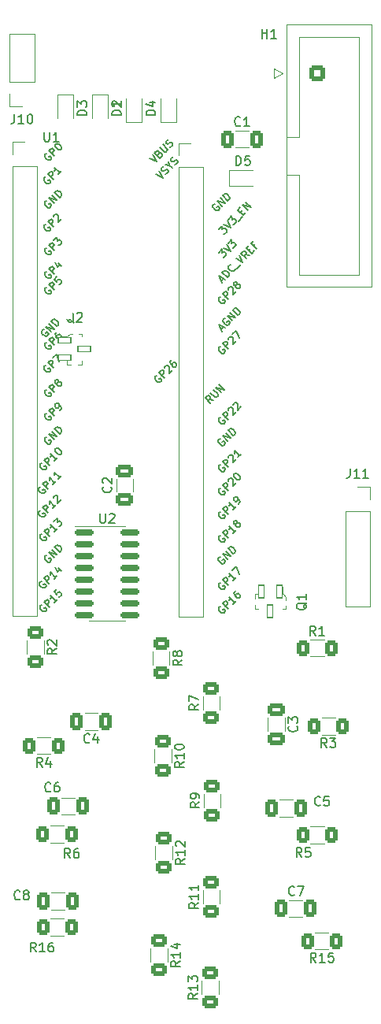
<source format=gbr>
%TF.GenerationSoftware,KiCad,Pcbnew,6.0.2+dfsg-1*%
%TF.CreationDate,2023-09-10T21:51:06+01:00*%
%TF.ProjectId,useq,75736571-2e6b-4696-9361-645f70636258,rev?*%
%TF.SameCoordinates,Original*%
%TF.FileFunction,Legend,Top*%
%TF.FilePolarity,Positive*%
%FSLAX46Y46*%
G04 Gerber Fmt 4.6, Leading zero omitted, Abs format (unit mm)*
G04 Created by KiCad (PCBNEW 6.0.2+dfsg-1) date 2023-09-10 21:51:06*
%MOMM*%
%LPD*%
G01*
G04 APERTURE LIST*
G04 Aperture macros list*
%AMRoundRect*
0 Rectangle with rounded corners*
0 $1 Rounding radius*
0 $2 $3 $4 $5 $6 $7 $8 $9 X,Y pos of 4 corners*
0 Add a 4 corners polygon primitive as box body*
4,1,4,$2,$3,$4,$5,$6,$7,$8,$9,$2,$3,0*
0 Add four circle primitives for the rounded corners*
1,1,$1+$1,$2,$3*
1,1,$1+$1,$4,$5*
1,1,$1+$1,$6,$7*
1,1,$1+$1,$8,$9*
0 Add four rect primitives between the rounded corners*
20,1,$1+$1,$2,$3,$4,$5,0*
20,1,$1+$1,$4,$5,$6,$7,0*
20,1,$1+$1,$6,$7,$8,$9,0*
20,1,$1+$1,$8,$9,$2,$3,0*%
G04 Aperture macros list end*
%ADD10C,0.150000*%
%ADD11C,0.120000*%
%ADD12C,0.100000*%
%ADD13RoundRect,0.150000X-0.825000X-0.150000X0.825000X-0.150000X0.825000X0.150000X-0.825000X0.150000X0*%
%ADD14RoundRect,0.250000X-0.625000X0.400000X-0.625000X-0.400000X0.625000X-0.400000X0.625000X0.400000X0*%
%ADD15RoundRect,0.250000X0.400000X0.625000X-0.400000X0.625000X-0.400000X-0.625000X0.400000X-0.625000X0*%
%ADD16RoundRect,0.250000X0.412500X0.650000X-0.412500X0.650000X-0.412500X-0.650000X0.412500X-0.650000X0*%
%ADD17RoundRect,0.250000X-0.650000X0.412500X-0.650000X-0.412500X0.650000X-0.412500X0.650000X0.412500X0*%
%ADD18RoundRect,0.070000X-0.300000X0.650000X-0.300000X-0.650000X0.300000X-0.650000X0.300000X0.650000X0*%
%ADD19O,1.700000X1.700000*%
%ADD20R,1.700000X1.700000*%
%ADD21RoundRect,0.250000X-0.400000X-0.625000X0.400000X-0.625000X0.400000X0.625000X-0.400000X0.625000X0*%
%ADD22R,0.450000X0.600000*%
%ADD23RoundRect,0.250000X-0.412500X-0.650000X0.412500X-0.650000X0.412500X0.650000X-0.412500X0.650000X0*%
%ADD24RoundRect,0.250000X-0.600000X-0.600000X0.600000X-0.600000X0.600000X0.600000X-0.600000X0.600000X0*%
%ADD25C,1.700000*%
%ADD26RoundRect,0.250000X0.625000X-0.400000X0.625000X0.400000X-0.625000X0.400000X-0.625000X-0.400000X0*%
%ADD27RoundRect,0.070000X-0.650000X-0.300000X0.650000X-0.300000X0.650000X0.300000X-0.650000X0.300000X0*%
%ADD28R,0.600000X0.450000*%
%ADD29RoundRect,0.250000X0.650000X-0.412500X0.650000X0.412500X-0.650000X0.412500X-0.650000X-0.412500X0*%
%ADD30O,3.200000X1.800000*%
%ADD31R,2.200000X3.400000*%
%ADD32R,1.800000X1.800000*%
%ADD33C,1.800000*%
%ADD34R,1.830000X1.930000*%
%ADD35C,2.130000*%
%ADD36C,3.000000*%
%ADD37C,2.000000*%
%ADD38R,2.800000X3.600000*%
%ADD39O,1.800000X3.200000*%
G04 APERTURE END LIST*
D10*
%TO.C,U2*%
X156638095Y-73052380D02*
X156638095Y-73861904D01*
X156685714Y-73957142D01*
X156733333Y-74004761D01*
X156828571Y-74052380D01*
X157019047Y-74052380D01*
X157114285Y-74004761D01*
X157161904Y-73957142D01*
X157209523Y-73861904D01*
X157209523Y-73052380D01*
X157638095Y-73147619D02*
X157685714Y-73100000D01*
X157780952Y-73052380D01*
X158019047Y-73052380D01*
X158114285Y-73100000D01*
X158161904Y-73147619D01*
X158209523Y-73242857D01*
X158209523Y-73338095D01*
X158161904Y-73480952D01*
X157590476Y-74052380D01*
X158209523Y-74052380D01*
%TO.C,R10*%
X165672380Y-99742857D02*
X165196190Y-100076190D01*
X165672380Y-100314285D02*
X164672380Y-100314285D01*
X164672380Y-99933333D01*
X164720000Y-99838095D01*
X164767619Y-99790476D01*
X164862857Y-99742857D01*
X165005714Y-99742857D01*
X165100952Y-99790476D01*
X165148571Y-99838095D01*
X165196190Y-99933333D01*
X165196190Y-100314285D01*
X165672380Y-98790476D02*
X165672380Y-99361904D01*
X165672380Y-99076190D02*
X164672380Y-99076190D01*
X164815238Y-99171428D01*
X164910476Y-99266666D01*
X164958095Y-99361904D01*
X164672380Y-98171428D02*
X164672380Y-98076190D01*
X164720000Y-97980952D01*
X164767619Y-97933333D01*
X164862857Y-97885714D01*
X165053333Y-97838095D01*
X165291428Y-97838095D01*
X165481904Y-97885714D01*
X165577142Y-97933333D01*
X165624761Y-97980952D01*
X165672380Y-98076190D01*
X165672380Y-98171428D01*
X165624761Y-98266666D01*
X165577142Y-98314285D01*
X165481904Y-98361904D01*
X165291428Y-98409523D01*
X165053333Y-98409523D01*
X164862857Y-98361904D01*
X164767619Y-98314285D01*
X164720000Y-98266666D01*
X164672380Y-98171428D01*
%TO.C,R15*%
X179857142Y-121272380D02*
X179523809Y-120796190D01*
X179285714Y-121272380D02*
X179285714Y-120272380D01*
X179666666Y-120272380D01*
X179761904Y-120320000D01*
X179809523Y-120367619D01*
X179857142Y-120462857D01*
X179857142Y-120605714D01*
X179809523Y-120700952D01*
X179761904Y-120748571D01*
X179666666Y-120796190D01*
X179285714Y-120796190D01*
X180809523Y-121272380D02*
X180238095Y-121272380D01*
X180523809Y-121272380D02*
X180523809Y-120272380D01*
X180428571Y-120415238D01*
X180333333Y-120510476D01*
X180238095Y-120558095D01*
X181714285Y-120272380D02*
X181238095Y-120272380D01*
X181190476Y-120748571D01*
X181238095Y-120700952D01*
X181333333Y-120653333D01*
X181571428Y-120653333D01*
X181666666Y-120700952D01*
X181714285Y-120748571D01*
X181761904Y-120843809D01*
X181761904Y-121081904D01*
X181714285Y-121177142D01*
X181666666Y-121224761D01*
X181571428Y-121272380D01*
X181333333Y-121272380D01*
X181238095Y-121224761D01*
X181190476Y-121177142D01*
%TO.C,R2*%
X151972380Y-87566666D02*
X151496190Y-87900000D01*
X151972380Y-88138095D02*
X150972380Y-88138095D01*
X150972380Y-87757142D01*
X151020000Y-87661904D01*
X151067619Y-87614285D01*
X151162857Y-87566666D01*
X151305714Y-87566666D01*
X151400952Y-87614285D01*
X151448571Y-87661904D01*
X151496190Y-87757142D01*
X151496190Y-88138095D01*
X151067619Y-87185714D02*
X151020000Y-87138095D01*
X150972380Y-87042857D01*
X150972380Y-86804761D01*
X151020000Y-86709523D01*
X151067619Y-86661904D01*
X151162857Y-86614285D01*
X151258095Y-86614285D01*
X151400952Y-86661904D01*
X151972380Y-87233333D01*
X151972380Y-86614285D01*
%TO.C,C6*%
X151333333Y-102857142D02*
X151285714Y-102904761D01*
X151142857Y-102952380D01*
X151047619Y-102952380D01*
X150904761Y-102904761D01*
X150809523Y-102809523D01*
X150761904Y-102714285D01*
X150714285Y-102523809D01*
X150714285Y-102380952D01*
X150761904Y-102190476D01*
X150809523Y-102095238D01*
X150904761Y-102000000D01*
X151047619Y-101952380D01*
X151142857Y-101952380D01*
X151285714Y-102000000D01*
X151333333Y-102047619D01*
X152190476Y-101952380D02*
X152000000Y-101952380D01*
X151904761Y-102000000D01*
X151857142Y-102047619D01*
X151761904Y-102190476D01*
X151714285Y-102380952D01*
X151714285Y-102761904D01*
X151761904Y-102857142D01*
X151809523Y-102904761D01*
X151904761Y-102952380D01*
X152095238Y-102952380D01*
X152190476Y-102904761D01*
X152238095Y-102857142D01*
X152285714Y-102761904D01*
X152285714Y-102523809D01*
X152238095Y-102428571D01*
X152190476Y-102380952D01*
X152095238Y-102333333D01*
X151904761Y-102333333D01*
X151809523Y-102380952D01*
X151761904Y-102428571D01*
X151714285Y-102523809D01*
%TO.C,R3*%
X181033333Y-98172380D02*
X180700000Y-97696190D01*
X180461904Y-98172380D02*
X180461904Y-97172380D01*
X180842857Y-97172380D01*
X180938095Y-97220000D01*
X180985714Y-97267619D01*
X181033333Y-97362857D01*
X181033333Y-97505714D01*
X180985714Y-97600952D01*
X180938095Y-97648571D01*
X180842857Y-97696190D01*
X180461904Y-97696190D01*
X181366666Y-97172380D02*
X181985714Y-97172380D01*
X181652380Y-97553333D01*
X181795238Y-97553333D01*
X181890476Y-97600952D01*
X181938095Y-97648571D01*
X181985714Y-97743809D01*
X181985714Y-97981904D01*
X181938095Y-98077142D01*
X181890476Y-98124761D01*
X181795238Y-98172380D01*
X181509523Y-98172380D01*
X181414285Y-98124761D01*
X181366666Y-98077142D01*
%TO.C,C3*%
X177807142Y-95866666D02*
X177854761Y-95914285D01*
X177902380Y-96057142D01*
X177902380Y-96152380D01*
X177854761Y-96295238D01*
X177759523Y-96390476D01*
X177664285Y-96438095D01*
X177473809Y-96485714D01*
X177330952Y-96485714D01*
X177140476Y-96438095D01*
X177045238Y-96390476D01*
X176950000Y-96295238D01*
X176902380Y-96152380D01*
X176902380Y-96057142D01*
X176950000Y-95914285D01*
X176997619Y-95866666D01*
X176902380Y-95533333D02*
X176902380Y-94914285D01*
X177283333Y-95247619D01*
X177283333Y-95104761D01*
X177330952Y-95009523D01*
X177378571Y-94961904D01*
X177473809Y-94914285D01*
X177711904Y-94914285D01*
X177807142Y-94961904D01*
X177854761Y-95009523D01*
X177902380Y-95104761D01*
X177902380Y-95390476D01*
X177854761Y-95485714D01*
X177807142Y-95533333D01*
%TO.C,Q1*%
X178888619Y-82626238D02*
X178841000Y-82721476D01*
X178745761Y-82816714D01*
X178602904Y-82959571D01*
X178555285Y-83054809D01*
X178555285Y-83150047D01*
X178793380Y-83102428D02*
X178745761Y-83197666D01*
X178650523Y-83292904D01*
X178460047Y-83340523D01*
X178126714Y-83340523D01*
X177936238Y-83292904D01*
X177841000Y-83197666D01*
X177793380Y-83102428D01*
X177793380Y-82911952D01*
X177841000Y-82816714D01*
X177936238Y-82721476D01*
X178126714Y-82673857D01*
X178460047Y-82673857D01*
X178650523Y-82721476D01*
X178745761Y-82816714D01*
X178793380Y-82911952D01*
X178793380Y-83102428D01*
X178793380Y-81721476D02*
X178793380Y-82292904D01*
X178793380Y-82007190D02*
X177793380Y-82007190D01*
X177936238Y-82102428D01*
X178031476Y-82197666D01*
X178079095Y-82292904D01*
%TO.C,U1*%
X150638095Y-32052380D02*
X150638095Y-32861904D01*
X150685714Y-32957142D01*
X150733333Y-33004761D01*
X150828571Y-33052380D01*
X151019047Y-33052380D01*
X151114285Y-33004761D01*
X151161904Y-32957142D01*
X151209523Y-32861904D01*
X151209523Y-32052380D01*
X152209523Y-33052380D02*
X151638095Y-33052380D01*
X151923809Y-33052380D02*
X151923809Y-32052380D01*
X151828571Y-32195238D01*
X151733333Y-32290476D01*
X151638095Y-32338095D01*
X150243722Y-70150592D02*
X150162910Y-70177529D01*
X150082097Y-70258341D01*
X150028223Y-70366091D01*
X150028223Y-70473841D01*
X150055160Y-70554653D01*
X150135972Y-70689340D01*
X150216784Y-70770152D01*
X150351471Y-70850964D01*
X150432284Y-70877902D01*
X150540033Y-70877902D01*
X150647783Y-70824027D01*
X150701658Y-70770152D01*
X150755532Y-70662402D01*
X150755532Y-70608528D01*
X150566971Y-70419966D01*
X150459221Y-70527715D01*
X151051844Y-70419966D02*
X150486158Y-69854280D01*
X150701658Y-69638781D01*
X150782470Y-69611844D01*
X150836345Y-69611844D01*
X150917157Y-69638781D01*
X150997969Y-69719593D01*
X151024906Y-69800406D01*
X151024906Y-69854280D01*
X150997969Y-69935093D01*
X150782470Y-70150592D01*
X151913841Y-69557969D02*
X151590592Y-69881218D01*
X151752216Y-69719593D02*
X151186531Y-69153908D01*
X151213468Y-69288595D01*
X151213468Y-69396345D01*
X151186531Y-69477157D01*
X152452589Y-69019221D02*
X152129340Y-69342470D01*
X152290964Y-69180845D02*
X151725279Y-68615160D01*
X151752216Y-68749847D01*
X151752216Y-68857597D01*
X151725279Y-68938409D01*
X161953129Y-34827309D02*
X162707377Y-35204433D01*
X162330253Y-34450186D01*
X162976751Y-34342436D02*
X163084500Y-34288561D01*
X163138375Y-34288561D01*
X163219187Y-34315499D01*
X163300000Y-34396311D01*
X163326937Y-34477123D01*
X163326937Y-34530998D01*
X163300000Y-34611810D01*
X163084500Y-34827309D01*
X162518815Y-34261624D01*
X162707377Y-34073062D01*
X162788189Y-34046125D01*
X162842064Y-34046125D01*
X162922876Y-34073062D01*
X162976751Y-34126937D01*
X163003688Y-34207749D01*
X163003688Y-34261624D01*
X162976751Y-34342436D01*
X162788189Y-34530998D01*
X163084500Y-33695938D02*
X163542436Y-34153874D01*
X163623248Y-34180812D01*
X163677123Y-34180812D01*
X163757935Y-34153874D01*
X163865685Y-34046125D01*
X163892622Y-33965312D01*
X163892622Y-33911438D01*
X163865685Y-33830625D01*
X163407749Y-33372690D01*
X164188934Y-33669001D02*
X164296683Y-33615126D01*
X164431370Y-33480439D01*
X164458308Y-33399627D01*
X164458308Y-33345752D01*
X164431370Y-33264940D01*
X164377496Y-33211065D01*
X164296683Y-33184128D01*
X164242809Y-33184128D01*
X164161996Y-33211065D01*
X164027309Y-33291877D01*
X163946497Y-33318815D01*
X163892622Y-33318815D01*
X163811810Y-33291877D01*
X163757935Y-33238003D01*
X163730998Y-33157190D01*
X163730998Y-33103316D01*
X163757935Y-33022503D01*
X163892622Y-32887816D01*
X164000372Y-32833942D01*
X169586158Y-64998155D02*
X169505346Y-65025093D01*
X169424534Y-65105905D01*
X169370659Y-65213654D01*
X169370659Y-65321404D01*
X169397597Y-65402216D01*
X169478409Y-65536903D01*
X169559221Y-65617715D01*
X169693908Y-65698528D01*
X169774720Y-65725465D01*
X169882470Y-65725465D01*
X169990219Y-65671590D01*
X170044094Y-65617715D01*
X170097969Y-65509966D01*
X170097969Y-65456091D01*
X169909407Y-65267529D01*
X169801658Y-65375279D01*
X170394280Y-65267529D02*
X169828595Y-64701844D01*
X170717529Y-64944280D01*
X170151844Y-64378595D01*
X170986903Y-64674906D02*
X170421218Y-64109221D01*
X170555905Y-63974534D01*
X170663654Y-63920659D01*
X170771404Y-63920659D01*
X170852216Y-63947597D01*
X170986903Y-64028409D01*
X171067715Y-64109221D01*
X171148528Y-64243908D01*
X171175465Y-64324720D01*
X171175465Y-64432470D01*
X171121590Y-64540219D01*
X170986903Y-64674906D01*
X169654788Y-48033773D02*
X169924162Y-47764399D01*
X169762537Y-48249272D02*
X169385414Y-47495025D01*
X170139661Y-47872149D01*
X170328223Y-47683587D02*
X169762537Y-47117902D01*
X169897224Y-46983215D01*
X170004974Y-46929340D01*
X170112723Y-46929340D01*
X170193536Y-46956277D01*
X170328223Y-47037089D01*
X170409035Y-47117902D01*
X170489847Y-47252589D01*
X170516784Y-47333401D01*
X170516784Y-47441150D01*
X170462910Y-47548900D01*
X170328223Y-47683587D01*
X171163282Y-46740778D02*
X171163282Y-46794653D01*
X171109407Y-46902402D01*
X171055532Y-46956277D01*
X170947783Y-47010152D01*
X170840033Y-47010152D01*
X170759221Y-46983215D01*
X170624534Y-46902402D01*
X170543722Y-46821590D01*
X170462910Y-46686903D01*
X170435972Y-46606091D01*
X170435972Y-46498341D01*
X170489847Y-46390592D01*
X170543722Y-46336717D01*
X170651471Y-46282842D01*
X170705346Y-46282842D01*
X171378781Y-46740778D02*
X171809780Y-46309780D01*
X171244094Y-45636345D02*
X171998341Y-46013468D01*
X171621218Y-45259221D01*
X172698714Y-45313096D02*
X172240778Y-45232284D01*
X172375465Y-45636345D02*
X171809780Y-45070659D01*
X172025279Y-44855160D01*
X172106091Y-44828223D01*
X172159966Y-44828223D01*
X172240778Y-44855160D01*
X172321590Y-44935972D01*
X172348528Y-45016784D01*
X172348528Y-45070659D01*
X172321590Y-45151471D01*
X172106091Y-45366971D01*
X172644839Y-44774348D02*
X172833401Y-44585786D01*
X173210524Y-44801285D02*
X172941150Y-45070659D01*
X172375465Y-44504974D01*
X172644839Y-44235600D01*
X173345211Y-44073975D02*
X173156650Y-44262537D01*
X173452961Y-44558849D02*
X172887276Y-43993163D01*
X173156650Y-43723789D01*
X169597722Y-67790592D02*
X169516910Y-67817529D01*
X169436097Y-67898341D01*
X169382223Y-68006091D01*
X169382223Y-68113841D01*
X169409160Y-68194653D01*
X169489972Y-68329340D01*
X169570784Y-68410152D01*
X169705471Y-68490964D01*
X169786284Y-68517902D01*
X169894033Y-68517902D01*
X170001783Y-68464027D01*
X170055658Y-68410152D01*
X170109532Y-68302402D01*
X170109532Y-68248528D01*
X169920971Y-68059966D01*
X169813221Y-68167715D01*
X170405844Y-68059966D02*
X169840158Y-67494280D01*
X170055658Y-67278781D01*
X170136470Y-67251844D01*
X170190345Y-67251844D01*
X170271157Y-67278781D01*
X170351969Y-67359593D01*
X170378906Y-67440406D01*
X170378906Y-67494280D01*
X170351969Y-67575093D01*
X170136470Y-67790592D01*
X170432781Y-67009407D02*
X170432781Y-66955532D01*
X170459719Y-66874720D01*
X170594406Y-66740033D01*
X170675218Y-66713096D01*
X170729093Y-66713096D01*
X170809905Y-66740033D01*
X170863780Y-66793908D01*
X170917654Y-66901658D01*
X170917654Y-67548155D01*
X171267841Y-67197969D01*
X171806589Y-66659221D02*
X171483340Y-66982470D01*
X171644964Y-66820845D02*
X171079279Y-66255160D01*
X171106216Y-66389847D01*
X171106216Y-66497597D01*
X171079279Y-66578409D01*
X169389847Y-44990592D02*
X169740033Y-44640406D01*
X169766971Y-45044467D01*
X169847783Y-44963654D01*
X169928595Y-44936717D01*
X169982470Y-44936717D01*
X170063282Y-44963654D01*
X170197969Y-45098341D01*
X170224906Y-45179154D01*
X170224906Y-45233028D01*
X170197969Y-45313841D01*
X170036345Y-45475465D01*
X169955532Y-45502402D01*
X169901658Y-45502402D01*
X169901658Y-44478781D02*
X170655905Y-44855905D01*
X170278781Y-44101658D01*
X170413468Y-43966971D02*
X170763654Y-43616784D01*
X170790592Y-44020845D01*
X170871404Y-43940033D01*
X170952216Y-43913096D01*
X171006091Y-43913096D01*
X171086903Y-43940033D01*
X171221590Y-44074720D01*
X171248528Y-44155532D01*
X171248528Y-44209407D01*
X171221590Y-44290219D01*
X171059966Y-44451844D01*
X170979154Y-44478781D01*
X170925279Y-44478781D01*
X150913096Y-48721218D02*
X150832284Y-48748155D01*
X150751471Y-48828967D01*
X150697597Y-48936717D01*
X150697597Y-49044467D01*
X150724534Y-49125279D01*
X150805346Y-49259966D01*
X150886158Y-49340778D01*
X151020845Y-49421590D01*
X151101658Y-49448528D01*
X151209407Y-49448528D01*
X151317157Y-49394653D01*
X151371032Y-49340778D01*
X151424906Y-49233028D01*
X151424906Y-49179154D01*
X151236345Y-48990592D01*
X151128595Y-49098341D01*
X151721218Y-48990592D02*
X151155532Y-48424906D01*
X151371032Y-48209407D01*
X151451844Y-48182470D01*
X151505719Y-48182470D01*
X151586531Y-48209407D01*
X151667343Y-48290219D01*
X151694280Y-48371032D01*
X151694280Y-48424906D01*
X151667343Y-48505719D01*
X151451844Y-48721218D01*
X151990592Y-47589847D02*
X151721218Y-47859221D01*
X151963654Y-48155532D01*
X151963654Y-48101658D01*
X151990592Y-48020845D01*
X152125279Y-47886158D01*
X152206091Y-47859221D01*
X152259966Y-47859221D01*
X152340778Y-47886158D01*
X152475465Y-48020845D01*
X152502402Y-48101658D01*
X152502402Y-48155532D01*
X152475465Y-48236345D01*
X152340778Y-48371032D01*
X152259966Y-48397969D01*
X152206091Y-48397969D01*
X162743722Y-58190592D02*
X162662910Y-58217529D01*
X162582097Y-58298341D01*
X162528223Y-58406091D01*
X162528223Y-58513841D01*
X162555160Y-58594653D01*
X162635972Y-58729340D01*
X162716784Y-58810152D01*
X162851471Y-58890964D01*
X162932284Y-58917902D01*
X163040033Y-58917902D01*
X163147783Y-58864027D01*
X163201658Y-58810152D01*
X163255532Y-58702402D01*
X163255532Y-58648528D01*
X163066971Y-58459966D01*
X162959221Y-58567715D01*
X163551844Y-58459966D02*
X162986158Y-57894280D01*
X163201658Y-57678781D01*
X163282470Y-57651844D01*
X163336345Y-57651844D01*
X163417157Y-57678781D01*
X163497969Y-57759593D01*
X163524906Y-57840406D01*
X163524906Y-57894280D01*
X163497969Y-57975093D01*
X163282470Y-58190592D01*
X163578781Y-57409407D02*
X163578781Y-57355532D01*
X163605719Y-57274720D01*
X163740406Y-57140033D01*
X163821218Y-57113096D01*
X163875093Y-57113096D01*
X163955905Y-57140033D01*
X164009780Y-57193908D01*
X164063654Y-57301658D01*
X164063654Y-57948155D01*
X164413841Y-57597969D01*
X164333028Y-56547410D02*
X164225279Y-56655160D01*
X164198341Y-56735972D01*
X164198341Y-56789847D01*
X164225279Y-56924534D01*
X164306091Y-57059221D01*
X164521590Y-57274720D01*
X164602402Y-57301658D01*
X164656277Y-57301658D01*
X164737089Y-57274720D01*
X164844839Y-57166971D01*
X164871776Y-57086158D01*
X164871776Y-57032284D01*
X164844839Y-56951471D01*
X164710152Y-56816784D01*
X164629340Y-56789847D01*
X164575465Y-56789847D01*
X164494653Y-56816784D01*
X164386903Y-56924534D01*
X164359966Y-57005346D01*
X164359966Y-57059221D01*
X164386903Y-57140033D01*
X150813096Y-41941218D02*
X150732284Y-41968155D01*
X150651471Y-42048967D01*
X150597597Y-42156717D01*
X150597597Y-42264467D01*
X150624534Y-42345279D01*
X150705346Y-42479966D01*
X150786158Y-42560778D01*
X150920845Y-42641590D01*
X151001658Y-42668528D01*
X151109407Y-42668528D01*
X151217157Y-42614653D01*
X151271032Y-42560778D01*
X151324906Y-42453028D01*
X151324906Y-42399154D01*
X151136345Y-42210592D01*
X151028595Y-42318341D01*
X151621218Y-42210592D02*
X151055532Y-41644906D01*
X151271032Y-41429407D01*
X151351844Y-41402470D01*
X151405719Y-41402470D01*
X151486531Y-41429407D01*
X151567343Y-41510219D01*
X151594280Y-41591032D01*
X151594280Y-41644906D01*
X151567343Y-41725719D01*
X151351844Y-41941218D01*
X151648155Y-41160033D02*
X151648155Y-41106158D01*
X151675093Y-41025346D01*
X151809780Y-40890659D01*
X151890592Y-40863722D01*
X151944467Y-40863722D01*
X152025279Y-40890659D01*
X152079154Y-40944534D01*
X152133028Y-41052284D01*
X152133028Y-41698781D01*
X152483215Y-41348595D01*
X150913096Y-54641218D02*
X150832284Y-54668155D01*
X150751471Y-54748967D01*
X150697597Y-54856717D01*
X150697597Y-54964467D01*
X150724534Y-55045279D01*
X150805346Y-55179966D01*
X150886158Y-55260778D01*
X151020845Y-55341590D01*
X151101658Y-55368528D01*
X151209407Y-55368528D01*
X151317157Y-55314653D01*
X151371032Y-55260778D01*
X151424906Y-55153028D01*
X151424906Y-55099154D01*
X151236345Y-54910592D01*
X151128595Y-55018341D01*
X151721218Y-54910592D02*
X151155532Y-54344906D01*
X151371032Y-54129407D01*
X151451844Y-54102470D01*
X151505719Y-54102470D01*
X151586531Y-54129407D01*
X151667343Y-54210219D01*
X151694280Y-54291032D01*
X151694280Y-54344906D01*
X151667343Y-54425719D01*
X151451844Y-54641218D01*
X151963654Y-53536784D02*
X151855905Y-53644534D01*
X151828967Y-53725346D01*
X151828967Y-53779221D01*
X151855905Y-53913908D01*
X151936717Y-54048595D01*
X152152216Y-54264094D01*
X152233028Y-54291032D01*
X152286903Y-54291032D01*
X152367715Y-54264094D01*
X152475465Y-54156345D01*
X152502402Y-54075532D01*
X152502402Y-54021658D01*
X152475465Y-53940845D01*
X152340778Y-53806158D01*
X152259966Y-53779221D01*
X152206091Y-53779221D01*
X152125279Y-53806158D01*
X152017529Y-53913908D01*
X151990592Y-53994720D01*
X151990592Y-54048595D01*
X152017529Y-54129407D01*
X150913096Y-44481218D02*
X150832284Y-44508155D01*
X150751471Y-44588967D01*
X150697597Y-44696717D01*
X150697597Y-44804467D01*
X150724534Y-44885279D01*
X150805346Y-45019966D01*
X150886158Y-45100778D01*
X151020845Y-45181590D01*
X151101658Y-45208528D01*
X151209407Y-45208528D01*
X151317157Y-45154653D01*
X151371032Y-45100778D01*
X151424906Y-44993028D01*
X151424906Y-44939154D01*
X151236345Y-44750592D01*
X151128595Y-44858341D01*
X151721218Y-44750592D02*
X151155532Y-44184906D01*
X151371032Y-43969407D01*
X151451844Y-43942470D01*
X151505719Y-43942470D01*
X151586531Y-43969407D01*
X151667343Y-44050219D01*
X151694280Y-44131032D01*
X151694280Y-44184906D01*
X151667343Y-44265719D01*
X151451844Y-44481218D01*
X151667343Y-43673096D02*
X152017529Y-43322910D01*
X152044467Y-43726971D01*
X152125279Y-43646158D01*
X152206091Y-43619221D01*
X152259966Y-43619221D01*
X152340778Y-43646158D01*
X152475465Y-43780845D01*
X152502402Y-43861658D01*
X152502402Y-43915532D01*
X152475465Y-43996345D01*
X152313841Y-44157969D01*
X152233028Y-44184906D01*
X152179154Y-44184906D01*
X169597722Y-49746592D02*
X169516910Y-49773529D01*
X169436097Y-49854341D01*
X169382223Y-49962091D01*
X169382223Y-50069841D01*
X169409160Y-50150653D01*
X169489972Y-50285340D01*
X169570784Y-50366152D01*
X169705471Y-50446964D01*
X169786284Y-50473902D01*
X169894033Y-50473902D01*
X170001783Y-50420027D01*
X170055658Y-50366152D01*
X170109532Y-50258402D01*
X170109532Y-50204528D01*
X169920971Y-50015966D01*
X169813221Y-50123715D01*
X170405844Y-50015966D02*
X169840158Y-49450280D01*
X170055658Y-49234781D01*
X170136470Y-49207844D01*
X170190345Y-49207844D01*
X170271157Y-49234781D01*
X170351969Y-49315593D01*
X170378906Y-49396406D01*
X170378906Y-49450280D01*
X170351969Y-49531093D01*
X170136470Y-49746592D01*
X170432781Y-48965407D02*
X170432781Y-48911532D01*
X170459719Y-48830720D01*
X170594406Y-48696033D01*
X170675218Y-48669096D01*
X170729093Y-48669096D01*
X170809905Y-48696033D01*
X170863780Y-48749908D01*
X170917654Y-48857658D01*
X170917654Y-49504155D01*
X171267841Y-49153969D01*
X171267841Y-48507471D02*
X171187028Y-48534409D01*
X171133154Y-48534409D01*
X171052341Y-48507471D01*
X171025404Y-48480534D01*
X170998467Y-48399722D01*
X170998467Y-48345847D01*
X171025404Y-48265035D01*
X171133154Y-48157285D01*
X171213966Y-48130348D01*
X171267841Y-48130348D01*
X171348653Y-48157285D01*
X171375590Y-48184223D01*
X171402528Y-48265035D01*
X171402528Y-48318910D01*
X171375590Y-48399722D01*
X171267841Y-48507471D01*
X171240903Y-48588284D01*
X171240903Y-48642158D01*
X171267841Y-48722971D01*
X171375590Y-48830720D01*
X171456402Y-48857658D01*
X171510277Y-48857658D01*
X171591089Y-48830720D01*
X171698839Y-48722971D01*
X171725776Y-48642158D01*
X171725776Y-48588284D01*
X171698839Y-48507471D01*
X171591089Y-48399722D01*
X171510277Y-48372784D01*
X171456402Y-48372784D01*
X171375590Y-48399722D01*
X168838375Y-60873435D02*
X168380439Y-60792622D01*
X168515126Y-61196683D02*
X167949441Y-60630998D01*
X168164940Y-60415499D01*
X168245752Y-60388561D01*
X168299627Y-60388561D01*
X168380439Y-60415499D01*
X168461251Y-60496311D01*
X168488189Y-60577123D01*
X168488189Y-60630998D01*
X168461251Y-60711810D01*
X168245752Y-60927309D01*
X168515126Y-60065312D02*
X168973062Y-60523248D01*
X169053874Y-60550186D01*
X169107749Y-60550186D01*
X169188561Y-60523248D01*
X169296311Y-60415499D01*
X169323248Y-60334687D01*
X169323248Y-60280812D01*
X169296311Y-60199999D01*
X168838375Y-59742064D01*
X169673435Y-60038375D02*
X169107749Y-59472690D01*
X169996683Y-59715126D01*
X169430998Y-59149441D01*
X150886158Y-77528155D02*
X150805346Y-77555093D01*
X150724534Y-77635905D01*
X150670659Y-77743654D01*
X150670659Y-77851404D01*
X150697597Y-77932216D01*
X150778409Y-78066903D01*
X150859221Y-78147715D01*
X150993908Y-78228528D01*
X151074720Y-78255465D01*
X151182470Y-78255465D01*
X151290219Y-78201590D01*
X151344094Y-78147715D01*
X151397969Y-78039966D01*
X151397969Y-77986091D01*
X151209407Y-77797529D01*
X151101658Y-77905279D01*
X151694280Y-77797529D02*
X151128595Y-77231844D01*
X152017529Y-77474280D01*
X151451844Y-76908595D01*
X152286903Y-77204906D02*
X151721218Y-76639221D01*
X151855905Y-76504534D01*
X151963654Y-76450659D01*
X152071404Y-76450659D01*
X152152216Y-76477597D01*
X152286903Y-76558409D01*
X152367715Y-76639221D01*
X152448528Y-76773908D01*
X152475465Y-76854720D01*
X152475465Y-76962470D01*
X152421590Y-77070219D01*
X152286903Y-77204906D01*
X150886158Y-39428155D02*
X150805346Y-39455093D01*
X150724534Y-39535905D01*
X150670659Y-39643654D01*
X150670659Y-39751404D01*
X150697597Y-39832216D01*
X150778409Y-39966903D01*
X150859221Y-40047715D01*
X150993908Y-40128528D01*
X151074720Y-40155465D01*
X151182470Y-40155465D01*
X151290219Y-40101590D01*
X151344094Y-40047715D01*
X151397969Y-39939966D01*
X151397969Y-39886091D01*
X151209407Y-39697529D01*
X151101658Y-39805279D01*
X151694280Y-39697529D02*
X151128595Y-39131844D01*
X152017529Y-39374280D01*
X151451844Y-38808595D01*
X152286903Y-39104906D02*
X151721218Y-38539221D01*
X151855905Y-38404534D01*
X151963654Y-38350659D01*
X152071404Y-38350659D01*
X152152216Y-38377597D01*
X152286903Y-38458409D01*
X152367715Y-38539221D01*
X152448528Y-38673908D01*
X152475465Y-38754720D01*
X152475465Y-38862470D01*
X152421590Y-38970219D01*
X152286903Y-39104906D01*
X150389722Y-67610592D02*
X150308910Y-67637529D01*
X150228097Y-67718341D01*
X150174223Y-67826091D01*
X150174223Y-67933841D01*
X150201160Y-68014653D01*
X150281972Y-68149340D01*
X150362784Y-68230152D01*
X150497471Y-68310964D01*
X150578284Y-68337902D01*
X150686033Y-68337902D01*
X150793783Y-68284027D01*
X150847658Y-68230152D01*
X150901532Y-68122402D01*
X150901532Y-68068528D01*
X150712971Y-67879966D01*
X150605221Y-67987715D01*
X151197844Y-67879966D02*
X150632158Y-67314280D01*
X150847658Y-67098781D01*
X150928470Y-67071844D01*
X150982345Y-67071844D01*
X151063157Y-67098781D01*
X151143969Y-67179593D01*
X151170906Y-67260406D01*
X151170906Y-67314280D01*
X151143969Y-67395093D01*
X150928470Y-67610592D01*
X152059841Y-67017969D02*
X151736592Y-67341218D01*
X151898216Y-67179593D02*
X151332531Y-66613908D01*
X151359468Y-66748595D01*
X151359468Y-66856345D01*
X151332531Y-66937157D01*
X151844341Y-66102097D02*
X151898216Y-66048223D01*
X151979028Y-66021285D01*
X152032903Y-66021285D01*
X152113715Y-66048223D01*
X152248402Y-66129035D01*
X152383089Y-66263722D01*
X152463902Y-66398409D01*
X152490839Y-66479221D01*
X152490839Y-66533096D01*
X152463902Y-66613908D01*
X152410027Y-66667783D01*
X152329215Y-66694720D01*
X152275340Y-66694720D01*
X152194528Y-66667783D01*
X152059841Y-66586971D01*
X151925154Y-66452284D01*
X151844341Y-66317597D01*
X151817404Y-66236784D01*
X151817404Y-66182910D01*
X151844341Y-66102097D01*
X169597722Y-55090592D02*
X169516910Y-55117529D01*
X169436097Y-55198341D01*
X169382223Y-55306091D01*
X169382223Y-55413841D01*
X169409160Y-55494653D01*
X169489972Y-55629340D01*
X169570784Y-55710152D01*
X169705471Y-55790964D01*
X169786284Y-55817902D01*
X169894033Y-55817902D01*
X170001783Y-55764027D01*
X170055658Y-55710152D01*
X170109532Y-55602402D01*
X170109532Y-55548528D01*
X169920971Y-55359966D01*
X169813221Y-55467715D01*
X170405844Y-55359966D02*
X169840158Y-54794280D01*
X170055658Y-54578781D01*
X170136470Y-54551844D01*
X170190345Y-54551844D01*
X170271157Y-54578781D01*
X170351969Y-54659593D01*
X170378906Y-54740406D01*
X170378906Y-54794280D01*
X170351969Y-54875093D01*
X170136470Y-55090592D01*
X170432781Y-54309407D02*
X170432781Y-54255532D01*
X170459719Y-54174720D01*
X170594406Y-54040033D01*
X170675218Y-54013096D01*
X170729093Y-54013096D01*
X170809905Y-54040033D01*
X170863780Y-54093908D01*
X170917654Y-54201658D01*
X170917654Y-54848155D01*
X171267841Y-54497969D01*
X170890717Y-53743722D02*
X171267841Y-53366598D01*
X171591089Y-54174720D01*
X150913096Y-34321218D02*
X150832284Y-34348155D01*
X150751471Y-34428967D01*
X150697597Y-34536717D01*
X150697597Y-34644467D01*
X150724534Y-34725279D01*
X150805346Y-34859966D01*
X150886158Y-34940778D01*
X151020845Y-35021590D01*
X151101658Y-35048528D01*
X151209407Y-35048528D01*
X151317157Y-34994653D01*
X151371032Y-34940778D01*
X151424906Y-34833028D01*
X151424906Y-34779154D01*
X151236345Y-34590592D01*
X151128595Y-34698341D01*
X151721218Y-34590592D02*
X151155532Y-34024906D01*
X151371032Y-33809407D01*
X151451844Y-33782470D01*
X151505719Y-33782470D01*
X151586531Y-33809407D01*
X151667343Y-33890219D01*
X151694280Y-33971032D01*
X151694280Y-34024906D01*
X151667343Y-34105719D01*
X151451844Y-34321218D01*
X151828967Y-33351471D02*
X151882842Y-33297597D01*
X151963654Y-33270659D01*
X152017529Y-33270659D01*
X152098341Y-33297597D01*
X152233028Y-33378409D01*
X152367715Y-33513096D01*
X152448528Y-33647783D01*
X152475465Y-33728595D01*
X152475465Y-33782470D01*
X152448528Y-33863282D01*
X152394653Y-33917157D01*
X152313841Y-33944094D01*
X152259966Y-33944094D01*
X152179154Y-33917157D01*
X152044467Y-33836345D01*
X151909780Y-33701658D01*
X151828967Y-33566971D01*
X151802030Y-33486158D01*
X151802030Y-33432284D01*
X151828967Y-33351471D01*
X150913096Y-47021218D02*
X150832284Y-47048155D01*
X150751471Y-47128967D01*
X150697597Y-47236717D01*
X150697597Y-47344467D01*
X150724534Y-47425279D01*
X150805346Y-47559966D01*
X150886158Y-47640778D01*
X151020845Y-47721590D01*
X151101658Y-47748528D01*
X151209407Y-47748528D01*
X151317157Y-47694653D01*
X151371032Y-47640778D01*
X151424906Y-47533028D01*
X151424906Y-47479154D01*
X151236345Y-47290592D01*
X151128595Y-47398341D01*
X151721218Y-47290592D02*
X151155532Y-46724906D01*
X151371032Y-46509407D01*
X151451844Y-46482470D01*
X151505719Y-46482470D01*
X151586531Y-46509407D01*
X151667343Y-46590219D01*
X151694280Y-46671032D01*
X151694280Y-46724906D01*
X151667343Y-46805719D01*
X151451844Y-47021218D01*
X152152216Y-46105346D02*
X152529340Y-46482470D01*
X151802030Y-46024534D02*
X152071404Y-46563282D01*
X152421590Y-46213096D01*
X169651597Y-53240964D02*
X169920971Y-52971590D01*
X169759346Y-53456463D02*
X169382223Y-52702216D01*
X170136470Y-53079340D01*
X170082595Y-52055719D02*
X170001783Y-52082656D01*
X169920971Y-52163468D01*
X169867096Y-52271218D01*
X169867096Y-52378967D01*
X169894033Y-52459780D01*
X169974845Y-52594467D01*
X170055658Y-52675279D01*
X170190345Y-52756091D01*
X170271157Y-52783028D01*
X170378906Y-52783028D01*
X170486656Y-52729154D01*
X170540531Y-52675279D01*
X170594406Y-52567529D01*
X170594406Y-52513654D01*
X170405844Y-52325093D01*
X170298094Y-52432842D01*
X170890717Y-52325093D02*
X170325032Y-51759407D01*
X171213966Y-52001844D01*
X170648280Y-51436158D01*
X171483340Y-51732470D02*
X170917654Y-51166784D01*
X171052341Y-51032097D01*
X171160091Y-50978223D01*
X171267841Y-50978223D01*
X171348653Y-51005160D01*
X171483340Y-51085972D01*
X171564152Y-51166784D01*
X171644964Y-51301471D01*
X171671902Y-51382284D01*
X171671902Y-51490033D01*
X171618027Y-51597783D01*
X171483340Y-51732470D01*
X169597722Y-80480592D02*
X169516910Y-80507529D01*
X169436097Y-80588341D01*
X169382223Y-80696091D01*
X169382223Y-80803841D01*
X169409160Y-80884653D01*
X169489972Y-81019340D01*
X169570784Y-81100152D01*
X169705471Y-81180964D01*
X169786284Y-81207902D01*
X169894033Y-81207902D01*
X170001783Y-81154027D01*
X170055658Y-81100152D01*
X170109532Y-80992402D01*
X170109532Y-80938528D01*
X169920971Y-80749966D01*
X169813221Y-80857715D01*
X170405844Y-80749966D02*
X169840158Y-80184280D01*
X170055658Y-79968781D01*
X170136470Y-79941844D01*
X170190345Y-79941844D01*
X170271157Y-79968781D01*
X170351969Y-80049593D01*
X170378906Y-80130406D01*
X170378906Y-80184280D01*
X170351969Y-80265093D01*
X170136470Y-80480592D01*
X171267841Y-79887969D02*
X170944592Y-80211218D01*
X171106216Y-80049593D02*
X170540531Y-79483908D01*
X170567468Y-79618595D01*
X170567468Y-79726345D01*
X170540531Y-79807157D01*
X170890717Y-79133722D02*
X171267841Y-78756598D01*
X171591089Y-79564720D01*
X169597722Y-70320592D02*
X169516910Y-70347529D01*
X169436097Y-70428341D01*
X169382223Y-70536091D01*
X169382223Y-70643841D01*
X169409160Y-70724653D01*
X169489972Y-70859340D01*
X169570784Y-70940152D01*
X169705471Y-71020964D01*
X169786284Y-71047902D01*
X169894033Y-71047902D01*
X170001783Y-70994027D01*
X170055658Y-70940152D01*
X170109532Y-70832402D01*
X170109532Y-70778528D01*
X169920971Y-70589966D01*
X169813221Y-70697715D01*
X170405844Y-70589966D02*
X169840158Y-70024280D01*
X170055658Y-69808781D01*
X170136470Y-69781844D01*
X170190345Y-69781844D01*
X170271157Y-69808781D01*
X170351969Y-69889593D01*
X170378906Y-69970406D01*
X170378906Y-70024280D01*
X170351969Y-70105093D01*
X170136470Y-70320592D01*
X170432781Y-69539407D02*
X170432781Y-69485532D01*
X170459719Y-69404720D01*
X170594406Y-69270033D01*
X170675218Y-69243096D01*
X170729093Y-69243096D01*
X170809905Y-69270033D01*
X170863780Y-69323908D01*
X170917654Y-69431658D01*
X170917654Y-70078155D01*
X171267841Y-69727969D01*
X171052341Y-68812097D02*
X171106216Y-68758223D01*
X171187028Y-68731285D01*
X171240903Y-68731285D01*
X171321715Y-68758223D01*
X171456402Y-68839035D01*
X171591089Y-68973722D01*
X171671902Y-69108409D01*
X171698839Y-69189221D01*
X171698839Y-69243096D01*
X171671902Y-69323908D01*
X171618027Y-69377783D01*
X171537215Y-69404720D01*
X171483340Y-69404720D01*
X171402528Y-69377783D01*
X171267841Y-69296971D01*
X171133154Y-69162284D01*
X171052341Y-69027597D01*
X171025404Y-68946784D01*
X171025404Y-68892910D01*
X171052341Y-68812097D01*
X150886158Y-64828155D02*
X150805346Y-64855093D01*
X150724534Y-64935905D01*
X150670659Y-65043654D01*
X150670659Y-65151404D01*
X150697597Y-65232216D01*
X150778409Y-65366903D01*
X150859221Y-65447715D01*
X150993908Y-65528528D01*
X151074720Y-65555465D01*
X151182470Y-65555465D01*
X151290219Y-65501590D01*
X151344094Y-65447715D01*
X151397969Y-65339966D01*
X151397969Y-65286091D01*
X151209407Y-65097529D01*
X151101658Y-65205279D01*
X151694280Y-65097529D02*
X151128595Y-64531844D01*
X152017529Y-64774280D01*
X151451844Y-64208595D01*
X152286903Y-64504906D02*
X151721218Y-63939221D01*
X151855905Y-63804534D01*
X151963654Y-63750659D01*
X152071404Y-63750659D01*
X152152216Y-63777597D01*
X152286903Y-63858409D01*
X152367715Y-63939221D01*
X152448528Y-64073908D01*
X152475465Y-64154720D01*
X152475465Y-64262470D01*
X152421590Y-64370219D01*
X152286903Y-64504906D01*
X162620473Y-36559966D02*
X163374720Y-36937089D01*
X162997597Y-36182842D01*
X163697969Y-36559966D02*
X163805719Y-36506091D01*
X163940406Y-36371404D01*
X163967343Y-36290592D01*
X163967343Y-36236717D01*
X163940406Y-36155905D01*
X163886531Y-36102030D01*
X163805719Y-36075093D01*
X163751844Y-36075093D01*
X163671032Y-36102030D01*
X163536345Y-36182842D01*
X163455532Y-36209780D01*
X163401658Y-36209780D01*
X163320845Y-36182842D01*
X163266971Y-36128967D01*
X163240033Y-36048155D01*
X163240033Y-35994280D01*
X163266971Y-35913468D01*
X163401658Y-35778781D01*
X163509407Y-35724906D01*
X164128967Y-35644094D02*
X164398341Y-35913468D01*
X163644094Y-35536345D02*
X164128967Y-35644094D01*
X164021218Y-35159221D01*
X164721590Y-35536345D02*
X164829340Y-35482470D01*
X164964027Y-35347783D01*
X164990964Y-35266971D01*
X164990964Y-35213096D01*
X164964027Y-35132284D01*
X164910152Y-35078409D01*
X164829340Y-35051471D01*
X164775465Y-35051471D01*
X164694653Y-35078409D01*
X164559966Y-35159221D01*
X164479154Y-35186158D01*
X164425279Y-35186158D01*
X164344467Y-35159221D01*
X164290592Y-35105346D01*
X164263654Y-35024534D01*
X164263654Y-34970659D01*
X164290592Y-34889847D01*
X164425279Y-34755160D01*
X164533028Y-34701285D01*
X150813096Y-57121218D02*
X150732284Y-57148155D01*
X150651471Y-57228967D01*
X150597597Y-57336717D01*
X150597597Y-57444467D01*
X150624534Y-57525279D01*
X150705346Y-57659966D01*
X150786158Y-57740778D01*
X150920845Y-57821590D01*
X151001658Y-57848528D01*
X151109407Y-57848528D01*
X151217157Y-57794653D01*
X151271032Y-57740778D01*
X151324906Y-57633028D01*
X151324906Y-57579154D01*
X151136345Y-57390592D01*
X151028595Y-57498341D01*
X151621218Y-57390592D02*
X151055532Y-56824906D01*
X151271032Y-56609407D01*
X151351844Y-56582470D01*
X151405719Y-56582470D01*
X151486531Y-56609407D01*
X151567343Y-56690219D01*
X151594280Y-56771032D01*
X151594280Y-56824906D01*
X151567343Y-56905719D01*
X151351844Y-57121218D01*
X151567343Y-56313096D02*
X151944467Y-55935972D01*
X152267715Y-56744094D01*
X150389722Y-82850592D02*
X150308910Y-82877529D01*
X150228097Y-82958341D01*
X150174223Y-83066091D01*
X150174223Y-83173841D01*
X150201160Y-83254653D01*
X150281972Y-83389340D01*
X150362784Y-83470152D01*
X150497471Y-83550964D01*
X150578284Y-83577902D01*
X150686033Y-83577902D01*
X150793783Y-83524027D01*
X150847658Y-83470152D01*
X150901532Y-83362402D01*
X150901532Y-83308528D01*
X150712971Y-83119966D01*
X150605221Y-83227715D01*
X151197844Y-83119966D02*
X150632158Y-82554280D01*
X150847658Y-82338781D01*
X150928470Y-82311844D01*
X150982345Y-82311844D01*
X151063157Y-82338781D01*
X151143969Y-82419593D01*
X151170906Y-82500406D01*
X151170906Y-82554280D01*
X151143969Y-82635093D01*
X150928470Y-82850592D01*
X152059841Y-82257969D02*
X151736592Y-82581218D01*
X151898216Y-82419593D02*
X151332531Y-81853908D01*
X151359468Y-81988595D01*
X151359468Y-82096345D01*
X151332531Y-82177157D01*
X152005966Y-81180473D02*
X151736592Y-81449847D01*
X151979028Y-81746158D01*
X151979028Y-81692284D01*
X152005966Y-81611471D01*
X152140653Y-81476784D01*
X152221465Y-81449847D01*
X152275340Y-81449847D01*
X152356152Y-81476784D01*
X152490839Y-81611471D01*
X152517776Y-81692284D01*
X152517776Y-81746158D01*
X152490839Y-81826971D01*
X152356152Y-81961658D01*
X152275340Y-81988595D01*
X152221465Y-81988595D01*
X169597722Y-62700592D02*
X169516910Y-62727529D01*
X169436097Y-62808341D01*
X169382223Y-62916091D01*
X169382223Y-63023841D01*
X169409160Y-63104653D01*
X169489972Y-63239340D01*
X169570784Y-63320152D01*
X169705471Y-63400964D01*
X169786284Y-63427902D01*
X169894033Y-63427902D01*
X170001783Y-63374027D01*
X170055658Y-63320152D01*
X170109532Y-63212402D01*
X170109532Y-63158528D01*
X169920971Y-62969966D01*
X169813221Y-63077715D01*
X170405844Y-62969966D02*
X169840158Y-62404280D01*
X170055658Y-62188781D01*
X170136470Y-62161844D01*
X170190345Y-62161844D01*
X170271157Y-62188781D01*
X170351969Y-62269593D01*
X170378906Y-62350406D01*
X170378906Y-62404280D01*
X170351969Y-62485093D01*
X170136470Y-62700592D01*
X170432781Y-61919407D02*
X170432781Y-61865532D01*
X170459719Y-61784720D01*
X170594406Y-61650033D01*
X170675218Y-61623096D01*
X170729093Y-61623096D01*
X170809905Y-61650033D01*
X170863780Y-61703908D01*
X170917654Y-61811658D01*
X170917654Y-62458155D01*
X171267841Y-62107969D01*
X170971529Y-61380659D02*
X170971529Y-61326784D01*
X170998467Y-61245972D01*
X171133154Y-61111285D01*
X171213966Y-61084348D01*
X171267841Y-61084348D01*
X171348653Y-61111285D01*
X171402528Y-61165160D01*
X171456402Y-61272910D01*
X171456402Y-61919407D01*
X171806589Y-61569221D01*
X169422131Y-42458308D02*
X169772317Y-42108122D01*
X169799255Y-42512183D01*
X169880067Y-42431370D01*
X169960879Y-42404433D01*
X170014754Y-42404433D01*
X170095566Y-42431370D01*
X170230253Y-42566057D01*
X170257190Y-42646870D01*
X170257190Y-42700744D01*
X170230253Y-42781557D01*
X170068629Y-42943181D01*
X169987816Y-42970118D01*
X169933942Y-42970118D01*
X169933942Y-41946497D02*
X170688189Y-42323621D01*
X170311065Y-41569374D01*
X170445752Y-41434687D02*
X170795938Y-41084500D01*
X170822876Y-41488561D01*
X170903688Y-41407749D01*
X170984500Y-41380812D01*
X171038375Y-41380812D01*
X171119187Y-41407749D01*
X171253874Y-41542436D01*
X171280812Y-41623248D01*
X171280812Y-41677123D01*
X171253874Y-41757935D01*
X171092250Y-41919560D01*
X171011438Y-41946497D01*
X170957563Y-41946497D01*
X171523248Y-41596311D02*
X171954247Y-41165312D01*
X171738748Y-40680439D02*
X171927309Y-40491877D01*
X172304433Y-40707377D02*
X172035059Y-40976751D01*
X171469374Y-40411065D01*
X171738748Y-40141691D01*
X172546870Y-40464940D02*
X171981184Y-39899255D01*
X172870118Y-40141691D01*
X172304433Y-39576006D01*
X168986158Y-39748155D02*
X168905346Y-39775093D01*
X168824534Y-39855905D01*
X168770659Y-39963654D01*
X168770659Y-40071404D01*
X168797597Y-40152216D01*
X168878409Y-40286903D01*
X168959221Y-40367715D01*
X169093908Y-40448528D01*
X169174720Y-40475465D01*
X169282470Y-40475465D01*
X169390219Y-40421590D01*
X169444094Y-40367715D01*
X169497969Y-40259966D01*
X169497969Y-40206091D01*
X169309407Y-40017529D01*
X169201658Y-40125279D01*
X169794280Y-40017529D02*
X169228595Y-39451844D01*
X170117529Y-39694280D01*
X169551844Y-39128595D01*
X170386903Y-39424906D02*
X169821218Y-38859221D01*
X169955905Y-38724534D01*
X170063654Y-38670659D01*
X170171404Y-38670659D01*
X170252216Y-38697597D01*
X170386903Y-38778409D01*
X170467715Y-38859221D01*
X170548528Y-38993908D01*
X170575465Y-39074720D01*
X170575465Y-39182470D01*
X170521590Y-39290219D01*
X170386903Y-39424906D01*
X169597722Y-72860592D02*
X169516910Y-72887529D01*
X169436097Y-72968341D01*
X169382223Y-73076091D01*
X169382223Y-73183841D01*
X169409160Y-73264653D01*
X169489972Y-73399340D01*
X169570784Y-73480152D01*
X169705471Y-73560964D01*
X169786284Y-73587902D01*
X169894033Y-73587902D01*
X170001783Y-73534027D01*
X170055658Y-73480152D01*
X170109532Y-73372402D01*
X170109532Y-73318528D01*
X169920971Y-73129966D01*
X169813221Y-73237715D01*
X170405844Y-73129966D02*
X169840158Y-72564280D01*
X170055658Y-72348781D01*
X170136470Y-72321844D01*
X170190345Y-72321844D01*
X170271157Y-72348781D01*
X170351969Y-72429593D01*
X170378906Y-72510406D01*
X170378906Y-72564280D01*
X170351969Y-72645093D01*
X170136470Y-72860592D01*
X171267841Y-72267969D02*
X170944592Y-72591218D01*
X171106216Y-72429593D02*
X170540531Y-71863908D01*
X170567468Y-71998595D01*
X170567468Y-72106345D01*
X170540531Y-72187157D01*
X171537215Y-71998595D02*
X171644964Y-71890845D01*
X171671902Y-71810033D01*
X171671902Y-71756158D01*
X171644964Y-71621471D01*
X171564152Y-71486784D01*
X171348653Y-71271285D01*
X171267841Y-71244348D01*
X171213966Y-71244348D01*
X171133154Y-71271285D01*
X171025404Y-71379035D01*
X170998467Y-71459847D01*
X170998467Y-71513722D01*
X171025404Y-71594534D01*
X171160091Y-71729221D01*
X171240903Y-71756158D01*
X171294778Y-71756158D01*
X171375590Y-71729221D01*
X171483340Y-71621471D01*
X171510277Y-71540659D01*
X171510277Y-71486784D01*
X171483340Y-71405972D01*
X150913096Y-59721218D02*
X150832284Y-59748155D01*
X150751471Y-59828967D01*
X150697597Y-59936717D01*
X150697597Y-60044467D01*
X150724534Y-60125279D01*
X150805346Y-60259966D01*
X150886158Y-60340778D01*
X151020845Y-60421590D01*
X151101658Y-60448528D01*
X151209407Y-60448528D01*
X151317157Y-60394653D01*
X151371032Y-60340778D01*
X151424906Y-60233028D01*
X151424906Y-60179154D01*
X151236345Y-59990592D01*
X151128595Y-60098341D01*
X151721218Y-59990592D02*
X151155532Y-59424906D01*
X151371032Y-59209407D01*
X151451844Y-59182470D01*
X151505719Y-59182470D01*
X151586531Y-59209407D01*
X151667343Y-59290219D01*
X151694280Y-59371032D01*
X151694280Y-59424906D01*
X151667343Y-59505719D01*
X151451844Y-59721218D01*
X152044467Y-59020845D02*
X151963654Y-59047783D01*
X151909780Y-59047783D01*
X151828967Y-59020845D01*
X151802030Y-58993908D01*
X151775093Y-58913096D01*
X151775093Y-58859221D01*
X151802030Y-58778409D01*
X151909780Y-58670659D01*
X151990592Y-58643722D01*
X152044467Y-58643722D01*
X152125279Y-58670659D01*
X152152216Y-58697597D01*
X152179154Y-58778409D01*
X152179154Y-58832284D01*
X152152216Y-58913096D01*
X152044467Y-59020845D01*
X152017529Y-59101658D01*
X152017529Y-59155532D01*
X152044467Y-59236345D01*
X152152216Y-59344094D01*
X152233028Y-59371032D01*
X152286903Y-59371032D01*
X152367715Y-59344094D01*
X152475465Y-59236345D01*
X152502402Y-59155532D01*
X152502402Y-59101658D01*
X152475465Y-59020845D01*
X152367715Y-58913096D01*
X152286903Y-58886158D01*
X152233028Y-58886158D01*
X152152216Y-58913096D01*
X150913096Y-62261218D02*
X150832284Y-62288155D01*
X150751471Y-62368967D01*
X150697597Y-62476717D01*
X150697597Y-62584467D01*
X150724534Y-62665279D01*
X150805346Y-62799966D01*
X150886158Y-62880778D01*
X151020845Y-62961590D01*
X151101658Y-62988528D01*
X151209407Y-62988528D01*
X151317157Y-62934653D01*
X151371032Y-62880778D01*
X151424906Y-62773028D01*
X151424906Y-62719154D01*
X151236345Y-62530592D01*
X151128595Y-62638341D01*
X151721218Y-62530592D02*
X151155532Y-61964906D01*
X151371032Y-61749407D01*
X151451844Y-61722470D01*
X151505719Y-61722470D01*
X151586531Y-61749407D01*
X151667343Y-61830219D01*
X151694280Y-61911032D01*
X151694280Y-61964906D01*
X151667343Y-62045719D01*
X151451844Y-62261218D01*
X152313841Y-61937969D02*
X152421590Y-61830219D01*
X152448528Y-61749407D01*
X152448528Y-61695532D01*
X152421590Y-61560845D01*
X152340778Y-61426158D01*
X152125279Y-61210659D01*
X152044467Y-61183722D01*
X151990592Y-61183722D01*
X151909780Y-61210659D01*
X151802030Y-61318409D01*
X151775093Y-61399221D01*
X151775093Y-61453096D01*
X151802030Y-61533908D01*
X151936717Y-61668595D01*
X152017529Y-61695532D01*
X152071404Y-61695532D01*
X152152216Y-61668595D01*
X152259966Y-61560845D01*
X152286903Y-61480033D01*
X152286903Y-61426158D01*
X152259966Y-61345346D01*
X150813096Y-36851218D02*
X150732284Y-36878155D01*
X150651471Y-36958967D01*
X150597597Y-37066717D01*
X150597597Y-37174467D01*
X150624534Y-37255279D01*
X150705346Y-37389966D01*
X150786158Y-37470778D01*
X150920845Y-37551590D01*
X151001658Y-37578528D01*
X151109407Y-37578528D01*
X151217157Y-37524653D01*
X151271032Y-37470778D01*
X151324906Y-37363028D01*
X151324906Y-37309154D01*
X151136345Y-37120592D01*
X151028595Y-37228341D01*
X151621218Y-37120592D02*
X151055532Y-36554906D01*
X151271032Y-36339407D01*
X151351844Y-36312470D01*
X151405719Y-36312470D01*
X151486531Y-36339407D01*
X151567343Y-36420219D01*
X151594280Y-36501032D01*
X151594280Y-36554906D01*
X151567343Y-36635719D01*
X151351844Y-36851218D01*
X152483215Y-36258595D02*
X152159966Y-36581844D01*
X152321590Y-36420219D02*
X151755905Y-35854534D01*
X151782842Y-35989221D01*
X151782842Y-36096971D01*
X151755905Y-36177783D01*
X150343722Y-80310592D02*
X150262910Y-80337529D01*
X150182097Y-80418341D01*
X150128223Y-80526091D01*
X150128223Y-80633841D01*
X150155160Y-80714653D01*
X150235972Y-80849340D01*
X150316784Y-80930152D01*
X150451471Y-81010964D01*
X150532284Y-81037902D01*
X150640033Y-81037902D01*
X150747783Y-80984027D01*
X150801658Y-80930152D01*
X150855532Y-80822402D01*
X150855532Y-80768528D01*
X150666971Y-80579966D01*
X150559221Y-80687715D01*
X151151844Y-80579966D02*
X150586158Y-80014280D01*
X150801658Y-79798781D01*
X150882470Y-79771844D01*
X150936345Y-79771844D01*
X151017157Y-79798781D01*
X151097969Y-79879593D01*
X151124906Y-79960406D01*
X151124906Y-80014280D01*
X151097969Y-80095093D01*
X150882470Y-80310592D01*
X152013841Y-79717969D02*
X151690592Y-80041218D01*
X151852216Y-79879593D02*
X151286531Y-79313908D01*
X151313468Y-79448595D01*
X151313468Y-79556345D01*
X151286531Y-79637157D01*
X152121590Y-78855972D02*
X152498714Y-79233096D01*
X151771404Y-78775160D02*
X152040778Y-79313908D01*
X152390964Y-78963722D01*
X169586158Y-77698155D02*
X169505346Y-77725093D01*
X169424534Y-77805905D01*
X169370659Y-77913654D01*
X169370659Y-78021404D01*
X169397597Y-78102216D01*
X169478409Y-78236903D01*
X169559221Y-78317715D01*
X169693908Y-78398528D01*
X169774720Y-78425465D01*
X169882470Y-78425465D01*
X169990219Y-78371590D01*
X170044094Y-78317715D01*
X170097969Y-78209966D01*
X170097969Y-78156091D01*
X169909407Y-77967529D01*
X169801658Y-78075279D01*
X170394280Y-77967529D02*
X169828595Y-77401844D01*
X170717529Y-77644280D01*
X170151844Y-77078595D01*
X170986903Y-77374906D02*
X170421218Y-76809221D01*
X170555905Y-76674534D01*
X170663654Y-76620659D01*
X170771404Y-76620659D01*
X170852216Y-76647597D01*
X170986903Y-76728409D01*
X171067715Y-76809221D01*
X171148528Y-76943908D01*
X171175465Y-77024720D01*
X171175465Y-77132470D01*
X171121590Y-77240219D01*
X170986903Y-77374906D01*
X169597722Y-75400592D02*
X169516910Y-75427529D01*
X169436097Y-75508341D01*
X169382223Y-75616091D01*
X169382223Y-75723841D01*
X169409160Y-75804653D01*
X169489972Y-75939340D01*
X169570784Y-76020152D01*
X169705471Y-76100964D01*
X169786284Y-76127902D01*
X169894033Y-76127902D01*
X170001783Y-76074027D01*
X170055658Y-76020152D01*
X170109532Y-75912402D01*
X170109532Y-75858528D01*
X169920971Y-75669966D01*
X169813221Y-75777715D01*
X170405844Y-75669966D02*
X169840158Y-75104280D01*
X170055658Y-74888781D01*
X170136470Y-74861844D01*
X170190345Y-74861844D01*
X170271157Y-74888781D01*
X170351969Y-74969593D01*
X170378906Y-75050406D01*
X170378906Y-75104280D01*
X170351969Y-75185093D01*
X170136470Y-75400592D01*
X171267841Y-74807969D02*
X170944592Y-75131218D01*
X171106216Y-74969593D02*
X170540531Y-74403908D01*
X170567468Y-74538595D01*
X170567468Y-74646345D01*
X170540531Y-74727157D01*
X171267841Y-74161471D02*
X171187028Y-74188409D01*
X171133154Y-74188409D01*
X171052341Y-74161471D01*
X171025404Y-74134534D01*
X170998467Y-74053722D01*
X170998467Y-73999847D01*
X171025404Y-73919035D01*
X171133154Y-73811285D01*
X171213966Y-73784348D01*
X171267841Y-73784348D01*
X171348653Y-73811285D01*
X171375590Y-73838223D01*
X171402528Y-73919035D01*
X171402528Y-73972910D01*
X171375590Y-74053722D01*
X171267841Y-74161471D01*
X171240903Y-74242284D01*
X171240903Y-74296158D01*
X171267841Y-74376971D01*
X171375590Y-74484720D01*
X171456402Y-74511658D01*
X171510277Y-74511658D01*
X171591089Y-74484720D01*
X171698839Y-74376971D01*
X171725776Y-74296158D01*
X171725776Y-74242284D01*
X171698839Y-74161471D01*
X171591089Y-74053722D01*
X171510277Y-74026784D01*
X171456402Y-74026784D01*
X171375590Y-74053722D01*
X150243722Y-72690592D02*
X150162910Y-72717529D01*
X150082097Y-72798341D01*
X150028223Y-72906091D01*
X150028223Y-73013841D01*
X150055160Y-73094653D01*
X150135972Y-73229340D01*
X150216784Y-73310152D01*
X150351471Y-73390964D01*
X150432284Y-73417902D01*
X150540033Y-73417902D01*
X150647783Y-73364027D01*
X150701658Y-73310152D01*
X150755532Y-73202402D01*
X150755532Y-73148528D01*
X150566971Y-72959966D01*
X150459221Y-73067715D01*
X151051844Y-72959966D02*
X150486158Y-72394280D01*
X150701658Y-72178781D01*
X150782470Y-72151844D01*
X150836345Y-72151844D01*
X150917157Y-72178781D01*
X150997969Y-72259593D01*
X151024906Y-72340406D01*
X151024906Y-72394280D01*
X150997969Y-72475093D01*
X150782470Y-72690592D01*
X151913841Y-72097969D02*
X151590592Y-72421218D01*
X151752216Y-72259593D02*
X151186531Y-71693908D01*
X151213468Y-71828595D01*
X151213468Y-71936345D01*
X151186531Y-72017157D01*
X151617529Y-71370659D02*
X151617529Y-71316784D01*
X151644467Y-71235972D01*
X151779154Y-71101285D01*
X151859966Y-71074348D01*
X151913841Y-71074348D01*
X151994653Y-71101285D01*
X152048528Y-71155160D01*
X152102402Y-71262910D01*
X152102402Y-71909407D01*
X152452589Y-71559221D01*
X150586158Y-53248155D02*
X150505346Y-53275093D01*
X150424534Y-53355905D01*
X150370659Y-53463654D01*
X150370659Y-53571404D01*
X150397597Y-53652216D01*
X150478409Y-53786903D01*
X150559221Y-53867715D01*
X150693908Y-53948528D01*
X150774720Y-53975465D01*
X150882470Y-53975465D01*
X150990219Y-53921590D01*
X151044094Y-53867715D01*
X151097969Y-53759966D01*
X151097969Y-53706091D01*
X150909407Y-53517529D01*
X150801658Y-53625279D01*
X151394280Y-53517529D02*
X150828595Y-52951844D01*
X151717529Y-53194280D01*
X151151844Y-52628595D01*
X151986903Y-52924906D02*
X151421218Y-52359221D01*
X151555905Y-52224534D01*
X151663654Y-52170659D01*
X151771404Y-52170659D01*
X151852216Y-52197597D01*
X151986903Y-52278409D01*
X152067715Y-52359221D01*
X152148528Y-52493908D01*
X152175465Y-52574720D01*
X152175465Y-52682470D01*
X152121590Y-52790219D01*
X151986903Y-52924906D01*
X169597722Y-83020592D02*
X169516910Y-83047529D01*
X169436097Y-83128341D01*
X169382223Y-83236091D01*
X169382223Y-83343841D01*
X169409160Y-83424653D01*
X169489972Y-83559340D01*
X169570784Y-83640152D01*
X169705471Y-83720964D01*
X169786284Y-83747902D01*
X169894033Y-83747902D01*
X170001783Y-83694027D01*
X170055658Y-83640152D01*
X170109532Y-83532402D01*
X170109532Y-83478528D01*
X169920971Y-83289966D01*
X169813221Y-83397715D01*
X170405844Y-83289966D02*
X169840158Y-82724280D01*
X170055658Y-82508781D01*
X170136470Y-82481844D01*
X170190345Y-82481844D01*
X170271157Y-82508781D01*
X170351969Y-82589593D01*
X170378906Y-82670406D01*
X170378906Y-82724280D01*
X170351969Y-82805093D01*
X170136470Y-83020592D01*
X171267841Y-82427969D02*
X170944592Y-82751218D01*
X171106216Y-82589593D02*
X170540531Y-82023908D01*
X170567468Y-82158595D01*
X170567468Y-82266345D01*
X170540531Y-82347157D01*
X171187028Y-81377410D02*
X171079279Y-81485160D01*
X171052341Y-81565972D01*
X171052341Y-81619847D01*
X171079279Y-81754534D01*
X171160091Y-81889221D01*
X171375590Y-82104720D01*
X171456402Y-82131658D01*
X171510277Y-82131658D01*
X171591089Y-82104720D01*
X171698839Y-81996971D01*
X171725776Y-81916158D01*
X171725776Y-81862284D01*
X171698839Y-81781471D01*
X171564152Y-81646784D01*
X171483340Y-81619847D01*
X171429465Y-81619847D01*
X171348653Y-81646784D01*
X171240903Y-81754534D01*
X171213966Y-81835346D01*
X171213966Y-81889221D01*
X171240903Y-81970033D01*
X150389722Y-75230592D02*
X150308910Y-75257529D01*
X150228097Y-75338341D01*
X150174223Y-75446091D01*
X150174223Y-75553841D01*
X150201160Y-75634653D01*
X150281972Y-75769340D01*
X150362784Y-75850152D01*
X150497471Y-75930964D01*
X150578284Y-75957902D01*
X150686033Y-75957902D01*
X150793783Y-75904027D01*
X150847658Y-75850152D01*
X150901532Y-75742402D01*
X150901532Y-75688528D01*
X150712971Y-75499966D01*
X150605221Y-75607715D01*
X151197844Y-75499966D02*
X150632158Y-74934280D01*
X150847658Y-74718781D01*
X150928470Y-74691844D01*
X150982345Y-74691844D01*
X151063157Y-74718781D01*
X151143969Y-74799593D01*
X151170906Y-74880406D01*
X151170906Y-74934280D01*
X151143969Y-75015093D01*
X150928470Y-75230592D01*
X152059841Y-74637969D02*
X151736592Y-74961218D01*
X151898216Y-74799593D02*
X151332531Y-74233908D01*
X151359468Y-74368595D01*
X151359468Y-74476345D01*
X151332531Y-74557157D01*
X151682717Y-73883722D02*
X152032903Y-73533536D01*
X152059841Y-73937597D01*
X152140653Y-73856784D01*
X152221465Y-73829847D01*
X152275340Y-73829847D01*
X152356152Y-73856784D01*
X152490839Y-73991471D01*
X152517776Y-74072284D01*
X152517776Y-74126158D01*
X152490839Y-74206971D01*
X152329215Y-74368595D01*
X152248402Y-74395532D01*
X152194528Y-74395532D01*
%TO.C,C4*%
X155533333Y-97607142D02*
X155485714Y-97654761D01*
X155342857Y-97702380D01*
X155247619Y-97702380D01*
X155104761Y-97654761D01*
X155009523Y-97559523D01*
X154961904Y-97464285D01*
X154914285Y-97273809D01*
X154914285Y-97130952D01*
X154961904Y-96940476D01*
X155009523Y-96845238D01*
X155104761Y-96750000D01*
X155247619Y-96702380D01*
X155342857Y-96702380D01*
X155485714Y-96750000D01*
X155533333Y-96797619D01*
X156390476Y-97035714D02*
X156390476Y-97702380D01*
X156152380Y-96654761D02*
X155914285Y-97369047D01*
X156533333Y-97369047D01*
%TO.C,R16*%
X149757142Y-120152380D02*
X149423809Y-119676190D01*
X149185714Y-120152380D02*
X149185714Y-119152380D01*
X149566666Y-119152380D01*
X149661904Y-119200000D01*
X149709523Y-119247619D01*
X149757142Y-119342857D01*
X149757142Y-119485714D01*
X149709523Y-119580952D01*
X149661904Y-119628571D01*
X149566666Y-119676190D01*
X149185714Y-119676190D01*
X150709523Y-120152380D02*
X150138095Y-120152380D01*
X150423809Y-120152380D02*
X150423809Y-119152380D01*
X150328571Y-119295238D01*
X150233333Y-119390476D01*
X150138095Y-119438095D01*
X151566666Y-119152380D02*
X151376190Y-119152380D01*
X151280952Y-119200000D01*
X151233333Y-119247619D01*
X151138095Y-119390476D01*
X151090476Y-119580952D01*
X151090476Y-119961904D01*
X151138095Y-120057142D01*
X151185714Y-120104761D01*
X151280952Y-120152380D01*
X151471428Y-120152380D01*
X151566666Y-120104761D01*
X151614285Y-120057142D01*
X151661904Y-119961904D01*
X151661904Y-119723809D01*
X151614285Y-119628571D01*
X151566666Y-119580952D01*
X151471428Y-119533333D01*
X151280952Y-119533333D01*
X151185714Y-119580952D01*
X151138095Y-119628571D01*
X151090476Y-119723809D01*
%TO.C,R14*%
X165272380Y-121142857D02*
X164796190Y-121476190D01*
X165272380Y-121714285D02*
X164272380Y-121714285D01*
X164272380Y-121333333D01*
X164320000Y-121238095D01*
X164367619Y-121190476D01*
X164462857Y-121142857D01*
X164605714Y-121142857D01*
X164700952Y-121190476D01*
X164748571Y-121238095D01*
X164796190Y-121333333D01*
X164796190Y-121714285D01*
X165272380Y-120190476D02*
X165272380Y-120761904D01*
X165272380Y-120476190D02*
X164272380Y-120476190D01*
X164415238Y-120571428D01*
X164510476Y-120666666D01*
X164558095Y-120761904D01*
X164605714Y-119333333D02*
X165272380Y-119333333D01*
X164224761Y-119571428D02*
X164939047Y-119809523D01*
X164939047Y-119190476D01*
%TO.C,D3*%
X155202380Y-30238095D02*
X154202380Y-30238095D01*
X154202380Y-30000000D01*
X154250000Y-29857142D01*
X154345238Y-29761904D01*
X154440476Y-29714285D01*
X154630952Y-29666666D01*
X154773809Y-29666666D01*
X154964285Y-29714285D01*
X155059523Y-29761904D01*
X155154761Y-29857142D01*
X155202380Y-30000000D01*
X155202380Y-30238095D01*
X154202380Y-29333333D02*
X154202380Y-28714285D01*
X154583333Y-29047619D01*
X154583333Y-28904761D01*
X154630952Y-28809523D01*
X154678571Y-28761904D01*
X154773809Y-28714285D01*
X155011904Y-28714285D01*
X155107142Y-28761904D01*
X155154761Y-28809523D01*
X155202380Y-28904761D01*
X155202380Y-29190476D01*
X155154761Y-29285714D01*
X155107142Y-29333333D01*
%TO.C,R5*%
X178333333Y-109952380D02*
X178000000Y-109476190D01*
X177761904Y-109952380D02*
X177761904Y-108952380D01*
X178142857Y-108952380D01*
X178238095Y-109000000D01*
X178285714Y-109047619D01*
X178333333Y-109142857D01*
X178333333Y-109285714D01*
X178285714Y-109380952D01*
X178238095Y-109428571D01*
X178142857Y-109476190D01*
X177761904Y-109476190D01*
X179238095Y-108952380D02*
X178761904Y-108952380D01*
X178714285Y-109428571D01*
X178761904Y-109380952D01*
X178857142Y-109333333D01*
X179095238Y-109333333D01*
X179190476Y-109380952D01*
X179238095Y-109428571D01*
X179285714Y-109523809D01*
X179285714Y-109761904D01*
X179238095Y-109857142D01*
X179190476Y-109904761D01*
X179095238Y-109952380D01*
X178857142Y-109952380D01*
X178761904Y-109904761D01*
X178714285Y-109857142D01*
%TO.C,J10*%
X147440476Y-30127380D02*
X147440476Y-30841666D01*
X147392857Y-30984523D01*
X147297619Y-31079761D01*
X147154761Y-31127380D01*
X147059523Y-31127380D01*
X148440476Y-31127380D02*
X147869047Y-31127380D01*
X148154761Y-31127380D02*
X148154761Y-30127380D01*
X148059523Y-30270238D01*
X147964285Y-30365476D01*
X147869047Y-30413095D01*
X149059523Y-30127380D02*
X149154761Y-30127380D01*
X149250000Y-30175000D01*
X149297619Y-30222619D01*
X149345238Y-30317857D01*
X149392857Y-30508333D01*
X149392857Y-30746428D01*
X149345238Y-30936904D01*
X149297619Y-31032142D01*
X149250000Y-31079761D01*
X149154761Y-31127380D01*
X149059523Y-31127380D01*
X148964285Y-31079761D01*
X148916666Y-31032142D01*
X148869047Y-30936904D01*
X148821428Y-30746428D01*
X148821428Y-30508333D01*
X148869047Y-30317857D01*
X148916666Y-30222619D01*
X148964285Y-30175000D01*
X149059523Y-30127380D01*
%TO.C,C7*%
X177533333Y-114007142D02*
X177485714Y-114054761D01*
X177342857Y-114102380D01*
X177247619Y-114102380D01*
X177104761Y-114054761D01*
X177009523Y-113959523D01*
X176961904Y-113864285D01*
X176914285Y-113673809D01*
X176914285Y-113530952D01*
X176961904Y-113340476D01*
X177009523Y-113245238D01*
X177104761Y-113150000D01*
X177247619Y-113102380D01*
X177342857Y-113102380D01*
X177485714Y-113150000D01*
X177533333Y-113197619D01*
X177866666Y-113102380D02*
X178533333Y-113102380D01*
X178104761Y-114102380D01*
%TO.C,R12*%
X165772380Y-110142857D02*
X165296190Y-110476190D01*
X165772380Y-110714285D02*
X164772380Y-110714285D01*
X164772380Y-110333333D01*
X164820000Y-110238095D01*
X164867619Y-110190476D01*
X164962857Y-110142857D01*
X165105714Y-110142857D01*
X165200952Y-110190476D01*
X165248571Y-110238095D01*
X165296190Y-110333333D01*
X165296190Y-110714285D01*
X165772380Y-109190476D02*
X165772380Y-109761904D01*
X165772380Y-109476190D02*
X164772380Y-109476190D01*
X164915238Y-109571428D01*
X165010476Y-109666666D01*
X165058095Y-109761904D01*
X164867619Y-108809523D02*
X164820000Y-108761904D01*
X164772380Y-108666666D01*
X164772380Y-108428571D01*
X164820000Y-108333333D01*
X164867619Y-108285714D01*
X164962857Y-108238095D01*
X165058095Y-108238095D01*
X165200952Y-108285714D01*
X165772380Y-108857142D01*
X165772380Y-108238095D01*
%TO.C,R1*%
X179833333Y-86132380D02*
X179500000Y-85656190D01*
X179261904Y-86132380D02*
X179261904Y-85132380D01*
X179642857Y-85132380D01*
X179738095Y-85180000D01*
X179785714Y-85227619D01*
X179833333Y-85322857D01*
X179833333Y-85465714D01*
X179785714Y-85560952D01*
X179738095Y-85608571D01*
X179642857Y-85656190D01*
X179261904Y-85656190D01*
X180785714Y-86132380D02*
X180214285Y-86132380D01*
X180500000Y-86132380D02*
X180500000Y-85132380D01*
X180404761Y-85275238D01*
X180309523Y-85370476D01*
X180214285Y-85418095D01*
%TO.C,C8*%
X148033333Y-114457142D02*
X147985714Y-114504761D01*
X147842857Y-114552380D01*
X147747619Y-114552380D01*
X147604761Y-114504761D01*
X147509523Y-114409523D01*
X147461904Y-114314285D01*
X147414285Y-114123809D01*
X147414285Y-113980952D01*
X147461904Y-113790476D01*
X147509523Y-113695238D01*
X147604761Y-113600000D01*
X147747619Y-113552380D01*
X147842857Y-113552380D01*
X147985714Y-113600000D01*
X148033333Y-113647619D01*
X148604761Y-113980952D02*
X148509523Y-113933333D01*
X148461904Y-113885714D01*
X148414285Y-113790476D01*
X148414285Y-113742857D01*
X148461904Y-113647619D01*
X148509523Y-113600000D01*
X148604761Y-113552380D01*
X148795238Y-113552380D01*
X148890476Y-113600000D01*
X148938095Y-113647619D01*
X148985714Y-113742857D01*
X148985714Y-113790476D01*
X148938095Y-113885714D01*
X148890476Y-113933333D01*
X148795238Y-113980952D01*
X148604761Y-113980952D01*
X148509523Y-114028571D01*
X148461904Y-114076190D01*
X148414285Y-114171428D01*
X148414285Y-114361904D01*
X148461904Y-114457142D01*
X148509523Y-114504761D01*
X148604761Y-114552380D01*
X148795238Y-114552380D01*
X148890476Y-114504761D01*
X148938095Y-114457142D01*
X148985714Y-114361904D01*
X148985714Y-114171428D01*
X148938095Y-114076190D01*
X148890476Y-114028571D01*
X148795238Y-113980952D01*
%TO.C,H1*%
X174038095Y-21952380D02*
X174038095Y-20952380D01*
X174038095Y-21428571D02*
X174609523Y-21428571D01*
X174609523Y-21952380D02*
X174609523Y-20952380D01*
X175609523Y-21952380D02*
X175038095Y-21952380D01*
X175323809Y-21952380D02*
X175323809Y-20952380D01*
X175228571Y-21095238D01*
X175133333Y-21190476D01*
X175038095Y-21238095D01*
%TO.C,D4*%
X162602380Y-30238095D02*
X161602380Y-30238095D01*
X161602380Y-30000000D01*
X161650000Y-29857142D01*
X161745238Y-29761904D01*
X161840476Y-29714285D01*
X162030952Y-29666666D01*
X162173809Y-29666666D01*
X162364285Y-29714285D01*
X162459523Y-29761904D01*
X162554761Y-29857142D01*
X162602380Y-30000000D01*
X162602380Y-30238095D01*
X161935714Y-28809523D02*
X162602380Y-28809523D01*
X161554761Y-29047619D02*
X162269047Y-29285714D01*
X162269047Y-28666666D01*
%TO.C,R6*%
X153433333Y-110052380D02*
X153100000Y-109576190D01*
X152861904Y-110052380D02*
X152861904Y-109052380D01*
X153242857Y-109052380D01*
X153338095Y-109100000D01*
X153385714Y-109147619D01*
X153433333Y-109242857D01*
X153433333Y-109385714D01*
X153385714Y-109480952D01*
X153338095Y-109528571D01*
X153242857Y-109576190D01*
X152861904Y-109576190D01*
X154290476Y-109052380D02*
X154100000Y-109052380D01*
X154004761Y-109100000D01*
X153957142Y-109147619D01*
X153861904Y-109290476D01*
X153814285Y-109480952D01*
X153814285Y-109861904D01*
X153861904Y-109957142D01*
X153909523Y-110004761D01*
X154004761Y-110052380D01*
X154195238Y-110052380D01*
X154290476Y-110004761D01*
X154338095Y-109957142D01*
X154385714Y-109861904D01*
X154385714Y-109623809D01*
X154338095Y-109528571D01*
X154290476Y-109480952D01*
X154195238Y-109433333D01*
X154004761Y-109433333D01*
X153909523Y-109480952D01*
X153861904Y-109528571D01*
X153814285Y-109623809D01*
%TO.C,R13*%
X167132380Y-124642857D02*
X166656190Y-124976190D01*
X167132380Y-125214285D02*
X166132380Y-125214285D01*
X166132380Y-124833333D01*
X166180000Y-124738095D01*
X166227619Y-124690476D01*
X166322857Y-124642857D01*
X166465714Y-124642857D01*
X166560952Y-124690476D01*
X166608571Y-124738095D01*
X166656190Y-124833333D01*
X166656190Y-125214285D01*
X167132380Y-123690476D02*
X167132380Y-124261904D01*
X167132380Y-123976190D02*
X166132380Y-123976190D01*
X166275238Y-124071428D01*
X166370476Y-124166666D01*
X166418095Y-124261904D01*
X166132380Y-123357142D02*
X166132380Y-122738095D01*
X166513333Y-123071428D01*
X166513333Y-122928571D01*
X166560952Y-122833333D01*
X166608571Y-122785714D01*
X166703809Y-122738095D01*
X166941904Y-122738095D01*
X167037142Y-122785714D01*
X167084761Y-122833333D01*
X167132380Y-122928571D01*
X167132380Y-123214285D01*
X167084761Y-123309523D01*
X167037142Y-123357142D01*
%TO.C,Q2*%
X153813761Y-52534619D02*
X153718523Y-52487000D01*
X153623285Y-52391761D01*
X153480428Y-52248904D01*
X153385190Y-52201285D01*
X153289952Y-52201285D01*
X153337571Y-52439380D02*
X153242333Y-52391761D01*
X153147095Y-52296523D01*
X153099476Y-52106047D01*
X153099476Y-51772714D01*
X153147095Y-51582238D01*
X153242333Y-51487000D01*
X153337571Y-51439380D01*
X153528047Y-51439380D01*
X153623285Y-51487000D01*
X153718523Y-51582238D01*
X153766142Y-51772714D01*
X153766142Y-52106047D01*
X153718523Y-52296523D01*
X153623285Y-52391761D01*
X153528047Y-52439380D01*
X153337571Y-52439380D01*
X154147095Y-51534619D02*
X154194714Y-51487000D01*
X154289952Y-51439380D01*
X154528047Y-51439380D01*
X154623285Y-51487000D01*
X154670904Y-51534619D01*
X154718523Y-51629857D01*
X154718523Y-51725095D01*
X154670904Y-51867952D01*
X154099476Y-52439380D01*
X154718523Y-52439380D01*
%TO.C,D2*%
X158902380Y-30238095D02*
X157902380Y-30238095D01*
X157902380Y-30000000D01*
X157950000Y-29857142D01*
X158045238Y-29761904D01*
X158140476Y-29714285D01*
X158330952Y-29666666D01*
X158473809Y-29666666D01*
X158664285Y-29714285D01*
X158759523Y-29761904D01*
X158854761Y-29857142D01*
X158902380Y-30000000D01*
X158902380Y-30238095D01*
X157997619Y-29285714D02*
X157950000Y-29238095D01*
X157902380Y-29142857D01*
X157902380Y-28904761D01*
X157950000Y-28809523D01*
X157997619Y-28761904D01*
X158092857Y-28714285D01*
X158188095Y-28714285D01*
X158330952Y-28761904D01*
X158902380Y-29333333D01*
X158902380Y-28714285D01*
%TO.C,R7*%
X167232380Y-93566666D02*
X166756190Y-93900000D01*
X167232380Y-94138095D02*
X166232380Y-94138095D01*
X166232380Y-93757142D01*
X166280000Y-93661904D01*
X166327619Y-93614285D01*
X166422857Y-93566666D01*
X166565714Y-93566666D01*
X166660952Y-93614285D01*
X166708571Y-93661904D01*
X166756190Y-93757142D01*
X166756190Y-94138095D01*
X166232380Y-93233333D02*
X166232380Y-92566666D01*
X167232380Y-92995238D01*
%TO.C,R11*%
X167232380Y-114892857D02*
X166756190Y-115226190D01*
X167232380Y-115464285D02*
X166232380Y-115464285D01*
X166232380Y-115083333D01*
X166280000Y-114988095D01*
X166327619Y-114940476D01*
X166422857Y-114892857D01*
X166565714Y-114892857D01*
X166660952Y-114940476D01*
X166708571Y-114988095D01*
X166756190Y-115083333D01*
X166756190Y-115464285D01*
X167232380Y-113940476D02*
X167232380Y-114511904D01*
X167232380Y-114226190D02*
X166232380Y-114226190D01*
X166375238Y-114321428D01*
X166470476Y-114416666D01*
X166518095Y-114511904D01*
X167232380Y-112988095D02*
X167232380Y-113559523D01*
X167232380Y-113273809D02*
X166232380Y-113273809D01*
X166375238Y-113369047D01*
X166470476Y-113464285D01*
X166518095Y-113559523D01*
%TO.C,R8*%
X165472380Y-88766666D02*
X164996190Y-89100000D01*
X165472380Y-89338095D02*
X164472380Y-89338095D01*
X164472380Y-88957142D01*
X164520000Y-88861904D01*
X164567619Y-88814285D01*
X164662857Y-88766666D01*
X164805714Y-88766666D01*
X164900952Y-88814285D01*
X164948571Y-88861904D01*
X164996190Y-88957142D01*
X164996190Y-89338095D01*
X164900952Y-88195238D02*
X164853333Y-88290476D01*
X164805714Y-88338095D01*
X164710476Y-88385714D01*
X164662857Y-88385714D01*
X164567619Y-88338095D01*
X164520000Y-88290476D01*
X164472380Y-88195238D01*
X164472380Y-88004761D01*
X164520000Y-87909523D01*
X164567619Y-87861904D01*
X164662857Y-87814285D01*
X164710476Y-87814285D01*
X164805714Y-87861904D01*
X164853333Y-87909523D01*
X164900952Y-88004761D01*
X164900952Y-88195238D01*
X164948571Y-88290476D01*
X164996190Y-88338095D01*
X165091428Y-88385714D01*
X165281904Y-88385714D01*
X165377142Y-88338095D01*
X165424761Y-88290476D01*
X165472380Y-88195238D01*
X165472380Y-88004761D01*
X165424761Y-87909523D01*
X165377142Y-87861904D01*
X165281904Y-87814285D01*
X165091428Y-87814285D01*
X164996190Y-87861904D01*
X164948571Y-87909523D01*
X164900952Y-88004761D01*
%TO.C,C1*%
X171733333Y-31307142D02*
X171685714Y-31354761D01*
X171542857Y-31402380D01*
X171447619Y-31402380D01*
X171304761Y-31354761D01*
X171209523Y-31259523D01*
X171161904Y-31164285D01*
X171114285Y-30973809D01*
X171114285Y-30830952D01*
X171161904Y-30640476D01*
X171209523Y-30545238D01*
X171304761Y-30450000D01*
X171447619Y-30402380D01*
X171542857Y-30402380D01*
X171685714Y-30450000D01*
X171733333Y-30497619D01*
X172685714Y-31402380D02*
X172114285Y-31402380D01*
X172400000Y-31402380D02*
X172400000Y-30402380D01*
X172304761Y-30545238D01*
X172209523Y-30640476D01*
X172114285Y-30688095D01*
%TO.C,D5*%
X171261904Y-35602380D02*
X171261904Y-34602380D01*
X171500000Y-34602380D01*
X171642857Y-34650000D01*
X171738095Y-34745238D01*
X171785714Y-34840476D01*
X171833333Y-35030952D01*
X171833333Y-35173809D01*
X171785714Y-35364285D01*
X171738095Y-35459523D01*
X171642857Y-35554761D01*
X171500000Y-35602380D01*
X171261904Y-35602380D01*
X172738095Y-34602380D02*
X172261904Y-34602380D01*
X172214285Y-35078571D01*
X172261904Y-35030952D01*
X172357142Y-34983333D01*
X172595238Y-34983333D01*
X172690476Y-35030952D01*
X172738095Y-35078571D01*
X172785714Y-35173809D01*
X172785714Y-35411904D01*
X172738095Y-35507142D01*
X172690476Y-35554761D01*
X172595238Y-35602380D01*
X172357142Y-35602380D01*
X172261904Y-35554761D01*
X172214285Y-35507142D01*
%TO.C,C2*%
X157807142Y-70166666D02*
X157854761Y-70214285D01*
X157902380Y-70357142D01*
X157902380Y-70452380D01*
X157854761Y-70595238D01*
X157759523Y-70690476D01*
X157664285Y-70738095D01*
X157473809Y-70785714D01*
X157330952Y-70785714D01*
X157140476Y-70738095D01*
X157045238Y-70690476D01*
X156950000Y-70595238D01*
X156902380Y-70452380D01*
X156902380Y-70357142D01*
X156950000Y-70214285D01*
X156997619Y-70166666D01*
X156997619Y-69785714D02*
X156950000Y-69738095D01*
X156902380Y-69642857D01*
X156902380Y-69404761D01*
X156950000Y-69309523D01*
X156997619Y-69261904D01*
X157092857Y-69214285D01*
X157188095Y-69214285D01*
X157330952Y-69261904D01*
X157902380Y-69833333D01*
X157902380Y-69214285D01*
%TO.C,C5*%
X180333333Y-104357142D02*
X180285714Y-104404761D01*
X180142857Y-104452380D01*
X180047619Y-104452380D01*
X179904761Y-104404761D01*
X179809523Y-104309523D01*
X179761904Y-104214285D01*
X179714285Y-104023809D01*
X179714285Y-103880952D01*
X179761904Y-103690476D01*
X179809523Y-103595238D01*
X179904761Y-103500000D01*
X180047619Y-103452380D01*
X180142857Y-103452380D01*
X180285714Y-103500000D01*
X180333333Y-103547619D01*
X181238095Y-103452380D02*
X180761904Y-103452380D01*
X180714285Y-103928571D01*
X180761904Y-103880952D01*
X180857142Y-103833333D01*
X181095238Y-103833333D01*
X181190476Y-103880952D01*
X181238095Y-103928571D01*
X181285714Y-104023809D01*
X181285714Y-104261904D01*
X181238095Y-104357142D01*
X181190476Y-104404761D01*
X181095238Y-104452380D01*
X180857142Y-104452380D01*
X180761904Y-104404761D01*
X180714285Y-104357142D01*
%TO.C,R9*%
X167332380Y-104066666D02*
X166856190Y-104400000D01*
X167332380Y-104638095D02*
X166332380Y-104638095D01*
X166332380Y-104257142D01*
X166380000Y-104161904D01*
X166427619Y-104114285D01*
X166522857Y-104066666D01*
X166665714Y-104066666D01*
X166760952Y-104114285D01*
X166808571Y-104161904D01*
X166856190Y-104257142D01*
X166856190Y-104638095D01*
X167332380Y-103590476D02*
X167332380Y-103400000D01*
X167284761Y-103304761D01*
X167237142Y-103257142D01*
X167094285Y-103161904D01*
X166903809Y-103114285D01*
X166522857Y-103114285D01*
X166427619Y-103161904D01*
X166380000Y-103209523D01*
X166332380Y-103304761D01*
X166332380Y-103495238D01*
X166380000Y-103590476D01*
X166427619Y-103638095D01*
X166522857Y-103685714D01*
X166760952Y-103685714D01*
X166856190Y-103638095D01*
X166903809Y-103590476D01*
X166951428Y-103495238D01*
X166951428Y-103304761D01*
X166903809Y-103209523D01*
X166856190Y-103161904D01*
X166760952Y-103114285D01*
%TO.C,R4*%
X150433333Y-100272380D02*
X150100000Y-99796190D01*
X149861904Y-100272380D02*
X149861904Y-99272380D01*
X150242857Y-99272380D01*
X150338095Y-99320000D01*
X150385714Y-99367619D01*
X150433333Y-99462857D01*
X150433333Y-99605714D01*
X150385714Y-99700952D01*
X150338095Y-99748571D01*
X150242857Y-99796190D01*
X149861904Y-99796190D01*
X151290476Y-99605714D02*
X151290476Y-100272380D01*
X151052380Y-99224761D02*
X150814285Y-99939047D01*
X151433333Y-99939047D01*
%TO.C,D1*%
X158902380Y-30238095D02*
X157902380Y-30238095D01*
X157902380Y-30000000D01*
X157950000Y-29857142D01*
X158045238Y-29761904D01*
X158140476Y-29714285D01*
X158330952Y-29666666D01*
X158473809Y-29666666D01*
X158664285Y-29714285D01*
X158759523Y-29761904D01*
X158854761Y-29857142D01*
X158902380Y-30000000D01*
X158902380Y-30238095D01*
X158902380Y-28714285D02*
X158902380Y-29285714D01*
X158902380Y-29000000D02*
X157902380Y-29000000D01*
X158045238Y-29095238D01*
X158140476Y-29190476D01*
X158188095Y-29285714D01*
%TO.C,J11*%
X183540476Y-68212380D02*
X183540476Y-68926666D01*
X183492857Y-69069523D01*
X183397619Y-69164761D01*
X183254761Y-69212380D01*
X183159523Y-69212380D01*
X184540476Y-69212380D02*
X183969047Y-69212380D01*
X184254761Y-69212380D02*
X184254761Y-68212380D01*
X184159523Y-68355238D01*
X184064285Y-68450476D01*
X183969047Y-68498095D01*
X185492857Y-69212380D02*
X184921428Y-69212380D01*
X185207142Y-69212380D02*
X185207142Y-68212380D01*
X185111904Y-68355238D01*
X185016666Y-68450476D01*
X184921428Y-68498095D01*
D11*
%TO.C,U2*%
X157400000Y-84560000D02*
X155450000Y-84560000D01*
X157400000Y-84560000D02*
X159350000Y-84560000D01*
X157400000Y-74440000D02*
X153950000Y-74440000D01*
X157400000Y-74440000D02*
X159350000Y-74440000D01*
%TO.C,R10*%
X162490000Y-98372936D02*
X162490000Y-99827064D01*
X164310000Y-98372936D02*
X164310000Y-99827064D01*
%TO.C,R15*%
X181227064Y-119910000D02*
X179772936Y-119910000D01*
X181227064Y-118090000D02*
X179772936Y-118090000D01*
%TO.C,R2*%
X148790000Y-86672936D02*
X148790000Y-88127064D01*
X150610000Y-86672936D02*
X150610000Y-88127064D01*
%TO.C,C6*%
X153911252Y-105410000D02*
X152488748Y-105410000D01*
X153911252Y-103590000D02*
X152488748Y-103590000D01*
%TO.C,R3*%
X181927064Y-94990000D02*
X180472936Y-94990000D01*
X181927064Y-96810000D02*
X180472936Y-96810000D01*
%TO.C,C3*%
X174690000Y-94988748D02*
X174690000Y-96411252D01*
X176510000Y-94988748D02*
X176510000Y-96411252D01*
D12*
%TO.C,Q1*%
X176291000Y-81681000D02*
X176291000Y-80906000D01*
X176616000Y-82956000D02*
X176616000Y-83331000D01*
X173316000Y-82156000D02*
X173316000Y-81681000D01*
X176616000Y-82056000D02*
X176341000Y-81681000D01*
X176341000Y-81681000D02*
X176291000Y-81681000D01*
X173541000Y-83331000D02*
X173666000Y-83331000D01*
X176616000Y-83331000D02*
X176316000Y-83331000D01*
X176616000Y-82331000D02*
X176616000Y-82056000D01*
X173616000Y-83331000D02*
X173316000Y-83331000D01*
X173316000Y-83331000D02*
X173316000Y-82881000D01*
X173316000Y-81681000D02*
X173666000Y-81681000D01*
D11*
%TO.C,U1*%
X149880000Y-35720000D02*
X149880000Y-84040000D01*
X167730000Y-35820000D02*
X167730000Y-84140000D01*
X147220000Y-35720000D02*
X147220000Y-84040000D01*
X165070000Y-84140000D02*
X167730000Y-84140000D01*
X147220000Y-84040000D02*
X149880000Y-84040000D01*
X165070000Y-35820000D02*
X167730000Y-35820000D01*
X165070000Y-33220000D02*
X166400000Y-33220000D01*
X147220000Y-33120000D02*
X148550000Y-33120000D01*
X165070000Y-35820000D02*
X165070000Y-84140000D01*
X147220000Y-35720000D02*
X149880000Y-35720000D01*
X147220000Y-34450000D02*
X147220000Y-33120000D01*
X165070000Y-34550000D02*
X165070000Y-33220000D01*
%TO.C,C4*%
X156411252Y-96310000D02*
X154988748Y-96310000D01*
X156411252Y-94490000D02*
X154988748Y-94490000D01*
%TO.C,R16*%
X151322936Y-116590000D02*
X152777064Y-116590000D01*
X151322936Y-118410000D02*
X152777064Y-118410000D01*
%TO.C,R14*%
X162090000Y-119772936D02*
X162090000Y-121227064D01*
X163910000Y-119772936D02*
X163910000Y-121227064D01*
%TO.C,D3*%
X153750000Y-28000000D02*
X152050000Y-28000000D01*
X152050000Y-28000000D02*
X152050000Y-30550000D01*
X153750000Y-28000000D02*
X153750000Y-30550000D01*
%TO.C,R5*%
X179272936Y-106690000D02*
X180727064Y-106690000D01*
X179272936Y-108510000D02*
X180727064Y-108510000D01*
%TO.C,J10*%
X149580000Y-21495000D02*
X146920000Y-21495000D01*
X148250000Y-29235000D02*
X146920000Y-29235000D01*
X149580000Y-26635000D02*
X149580000Y-21495000D01*
X146920000Y-26635000D02*
X146920000Y-21495000D01*
X146920000Y-29235000D02*
X146920000Y-27905000D01*
X149580000Y-26635000D02*
X146920000Y-26635000D01*
%TO.C,C7*%
X176988748Y-116410000D02*
X178411252Y-116410000D01*
X176988748Y-114590000D02*
X178411252Y-114590000D01*
%TO.C,R12*%
X164410000Y-108772936D02*
X164410000Y-110227064D01*
X162590000Y-108772936D02*
X162590000Y-110227064D01*
%TO.C,R1*%
X179272936Y-88410000D02*
X180727064Y-88410000D01*
X179272936Y-86590000D02*
X180727064Y-86590000D01*
%TO.C,C8*%
X152811252Y-115610000D02*
X151388748Y-115610000D01*
X152811252Y-113790000D02*
X151388748Y-113790000D01*
%TO.C,H1*%
X178017500Y-36650000D02*
X178017500Y-36650000D01*
X184517500Y-21800000D02*
X184517500Y-47400000D01*
X178017500Y-36650000D02*
X176707500Y-36650000D01*
X176317500Y-25710000D02*
X175317500Y-25210000D01*
X176707500Y-20500000D02*
X185827500Y-20500000D01*
X184517500Y-47400000D02*
X178017500Y-47400000D01*
X175317500Y-26210000D02*
X176317500Y-25710000D01*
X176707500Y-32550000D02*
X178017500Y-32550000D01*
X178017500Y-47400000D02*
X178017500Y-36650000D01*
X178017500Y-21800000D02*
X184517500Y-21800000D01*
X178017500Y-32550000D02*
X178017500Y-21800000D01*
X185827500Y-48700000D02*
X176707500Y-48700000D01*
X185827500Y-20500000D02*
X185827500Y-48700000D01*
X176707500Y-48700000D02*
X176707500Y-20500000D01*
X175317500Y-25210000D02*
X175317500Y-26210000D01*
%TO.C,D4*%
X163150000Y-31000000D02*
X163150000Y-28450000D01*
X164850000Y-31000000D02*
X164850000Y-28450000D01*
X163150000Y-31000000D02*
X164850000Y-31000000D01*
%TO.C,R6*%
X151272936Y-108410000D02*
X152727064Y-108410000D01*
X151272936Y-106590000D02*
X152727064Y-106590000D01*
%TO.C,R13*%
X169410000Y-124727064D02*
X169410000Y-123272936D01*
X167590000Y-124727064D02*
X167590000Y-123272936D01*
D12*
%TO.C,Q2*%
X154334000Y-53712000D02*
X154709000Y-53712000D01*
X154709000Y-56712000D02*
X154709000Y-57012000D01*
X153059000Y-57012000D02*
X153059000Y-56662000D01*
X154709000Y-53712000D02*
X154709000Y-54012000D01*
X153709000Y-53712000D02*
X153434000Y-53712000D01*
X153534000Y-57012000D02*
X153059000Y-57012000D01*
X153059000Y-53987000D02*
X153059000Y-54037000D01*
X154709000Y-56787000D02*
X154709000Y-56662000D01*
X153434000Y-53712000D02*
X153059000Y-53987000D01*
X154709000Y-57012000D02*
X154259000Y-57012000D01*
X153059000Y-54037000D02*
X152284000Y-54037000D01*
D11*
%TO.C,D2*%
X157450000Y-28000000D02*
X155750000Y-28000000D01*
X155750000Y-28000000D02*
X155750000Y-30550000D01*
X157450000Y-28000000D02*
X157450000Y-30550000D01*
%TO.C,R7*%
X167690000Y-94127064D02*
X167690000Y-92672936D01*
X169510000Y-94127064D02*
X169510000Y-92672936D01*
%TO.C,R11*%
X169510000Y-114977064D02*
X169510000Y-113522936D01*
X167690000Y-114977064D02*
X167690000Y-113522936D01*
%TO.C,R8*%
X162290000Y-87872936D02*
X162290000Y-89327064D01*
X164110000Y-87872936D02*
X164110000Y-89327064D01*
%TO.C,C1*%
X171188748Y-31890000D02*
X172611252Y-31890000D01*
X171188748Y-33710000D02*
X172611252Y-33710000D01*
%TO.C,D5*%
X170500000Y-37850000D02*
X173050000Y-37850000D01*
X170500000Y-36150000D02*
X173050000Y-36150000D01*
X170500000Y-36150000D02*
X170500000Y-37850000D01*
%TO.C,C2*%
X160210000Y-70711252D02*
X160210000Y-69288748D01*
X158390000Y-70711252D02*
X158390000Y-69288748D01*
%TO.C,C5*%
X175926248Y-103790000D02*
X177348752Y-103790000D01*
X175926248Y-105610000D02*
X177348752Y-105610000D01*
%TO.C,R9*%
X169610000Y-104627064D02*
X169610000Y-103172936D01*
X167790000Y-104627064D02*
X167790000Y-103172936D01*
%TO.C,R4*%
X151327064Y-98910000D02*
X149872936Y-98910000D01*
X151327064Y-97090000D02*
X149872936Y-97090000D01*
%TO.C,D1*%
X161150000Y-31000000D02*
X161150000Y-28450000D01*
X159450000Y-31000000D02*
X159450000Y-28450000D01*
X159450000Y-31000000D02*
X161150000Y-31000000D01*
%TO.C,J11*%
X184350000Y-70200000D02*
X185680000Y-70200000D01*
X183020000Y-72800000D02*
X185680000Y-72800000D01*
X185680000Y-70200000D02*
X185680000Y-71530000D01*
X183020000Y-72800000D02*
X183020000Y-83020000D01*
X183020000Y-83020000D02*
X185680000Y-83020000D01*
X185680000Y-72800000D02*
X185680000Y-83020000D01*
%TD*%
%LPC*%
D13*
%TO.C,U2*%
X154925000Y-75055000D03*
X154925000Y-76325000D03*
X154925000Y-77595000D03*
X154925000Y-78865000D03*
X154925000Y-80135000D03*
X154925000Y-81405000D03*
X154925000Y-82675000D03*
X154925000Y-83945000D03*
X159875000Y-83945000D03*
X159875000Y-82675000D03*
X159875000Y-81405000D03*
X159875000Y-80135000D03*
X159875000Y-78865000D03*
X159875000Y-77595000D03*
X159875000Y-76325000D03*
X159875000Y-75055000D03*
%TD*%
D14*
%TO.C,R10*%
X163400000Y-97550000D03*
X163400000Y-100650000D03*
%TD*%
D15*
%TO.C,R15*%
X182050000Y-119000000D03*
X178950000Y-119000000D03*
%TD*%
D14*
%TO.C,R2*%
X149700000Y-85850000D03*
X149700000Y-88950000D03*
%TD*%
D16*
%TO.C,C6*%
X154762500Y-104500000D03*
X151637500Y-104500000D03*
%TD*%
D15*
%TO.C,R3*%
X182750000Y-95900000D03*
X179650000Y-95900000D03*
%TD*%
D17*
%TO.C,C3*%
X175600000Y-94137500D03*
X175600000Y-97262500D03*
%TD*%
D18*
%TO.C,Q1*%
X175916000Y-81456000D03*
X174016000Y-81456000D03*
X174966000Y-83556000D03*
%TD*%
D19*
%TO.C,U1*%
X148610000Y-34370000D03*
X148610000Y-36910000D03*
D20*
X148610000Y-39450000D03*
D19*
X148610000Y-41990000D03*
X148610000Y-44530000D03*
X148610000Y-47070000D03*
X148610000Y-49610000D03*
D20*
X148610000Y-52150000D03*
D19*
X148610000Y-54690000D03*
X148610000Y-57230000D03*
X148610000Y-59770000D03*
X148610000Y-62310000D03*
D20*
X148610000Y-64850000D03*
D19*
X148610000Y-67390000D03*
X148610000Y-69930000D03*
X148610000Y-72470000D03*
X148610000Y-75010000D03*
D20*
X148610000Y-77550000D03*
D19*
X148610000Y-80090000D03*
X148610000Y-82630000D03*
X166390000Y-82630000D03*
X166390000Y-80090000D03*
D20*
X166390000Y-77550000D03*
D19*
X166390000Y-75010000D03*
X166390000Y-72470000D03*
X166390000Y-69930000D03*
X166390000Y-67390000D03*
D20*
X166390000Y-64850000D03*
D19*
X166390000Y-62310000D03*
X166390000Y-59770000D03*
X166390000Y-57230000D03*
X166390000Y-54690000D03*
D20*
X166390000Y-52150000D03*
D19*
X166390000Y-49610000D03*
X166390000Y-47070000D03*
X166390000Y-44530000D03*
X166390000Y-41990000D03*
D20*
X166390000Y-39450000D03*
D19*
X166390000Y-36910000D03*
X166390000Y-34370000D03*
%TD*%
D16*
%TO.C,C4*%
X157262500Y-95400000D03*
X154137500Y-95400000D03*
%TD*%
D21*
%TO.C,R16*%
X150500000Y-117500000D03*
X153600000Y-117500000D03*
%TD*%
D14*
%TO.C,R14*%
X163000000Y-118950000D03*
X163000000Y-122050000D03*
%TD*%
D22*
%TO.C,D3*%
X152900000Y-28450000D03*
X152900000Y-30550000D03*
%TD*%
D21*
%TO.C,R5*%
X178450000Y-107600000D03*
X181550000Y-107600000D03*
%TD*%
D20*
%TO.C,J10*%
X148250000Y-27905000D03*
D19*
X148250000Y-25365000D03*
X148250000Y-22825000D03*
%TD*%
D23*
%TO.C,C7*%
X176137500Y-115500000D03*
X179262500Y-115500000D03*
%TD*%
D14*
%TO.C,R12*%
X163500000Y-107950000D03*
X163500000Y-111050000D03*
%TD*%
D21*
%TO.C,R1*%
X178450000Y-87500000D03*
X181550000Y-87500000D03*
%TD*%
D16*
%TO.C,C8*%
X153662500Y-114700000D03*
X150537500Y-114700000D03*
%TD*%
D24*
%TO.C,H1*%
X179997500Y-25710000D03*
D25*
X182537500Y-25710000D03*
X179997500Y-28250000D03*
X182537500Y-28250000D03*
X179997500Y-30790000D03*
X182537500Y-30790000D03*
X179997500Y-33330000D03*
X182537500Y-33330000D03*
X179997500Y-35870000D03*
X182537500Y-35870000D03*
X179997500Y-38410000D03*
X182537500Y-38410000D03*
X179997500Y-40950000D03*
X182537500Y-40950000D03*
X179997500Y-43490000D03*
X182537500Y-43490000D03*
%TD*%
D22*
%TO.C,D4*%
X164000000Y-30550000D03*
X164000000Y-28450000D03*
%TD*%
D21*
%TO.C,R6*%
X150450000Y-107500000D03*
X153550000Y-107500000D03*
%TD*%
D26*
%TO.C,R13*%
X168500000Y-125550000D03*
X168500000Y-122450000D03*
%TD*%
D27*
%TO.C,Q2*%
X152834000Y-54412000D03*
X152834000Y-56312000D03*
X154934000Y-55362000D03*
%TD*%
D22*
%TO.C,D2*%
X156600000Y-28450000D03*
X156600000Y-30550000D03*
%TD*%
D26*
%TO.C,R7*%
X168600000Y-94950000D03*
X168600000Y-91850000D03*
%TD*%
%TO.C,R11*%
X168600000Y-115800000D03*
X168600000Y-112700000D03*
%TD*%
D14*
%TO.C,R8*%
X163200000Y-87050000D03*
X163200000Y-90150000D03*
%TD*%
D23*
%TO.C,C1*%
X170337500Y-32800000D03*
X173462500Y-32800000D03*
%TD*%
D28*
%TO.C,D5*%
X170950000Y-37000000D03*
X173050000Y-37000000D03*
%TD*%
D29*
%TO.C,C2*%
X159300000Y-71562500D03*
X159300000Y-68437500D03*
%TD*%
D23*
%TO.C,C5*%
X175075000Y-104700000D03*
X178200000Y-104700000D03*
%TD*%
D26*
%TO.C,R9*%
X168700000Y-105450000D03*
X168700000Y-102350000D03*
%TD*%
D15*
%TO.C,R4*%
X152150000Y-98000000D03*
X149050000Y-98000000D03*
%TD*%
D22*
%TO.C,D1*%
X160300000Y-30550000D03*
X160300000Y-28450000D03*
%TD*%
D20*
%TO.C,J11*%
X184350000Y-71530000D03*
D19*
X184350000Y-74070000D03*
X184350000Y-76610000D03*
X184350000Y-79150000D03*
X184350000Y-81690000D03*
%TD*%
D30*
%TO.C,SW3*%
X178400000Y-71800000D03*
X178400000Y-76500000D03*
%TD*%
D31*
%TO.C,SW2*%
X159250000Y-36500000D03*
X155750000Y-36500000D03*
%TD*%
D32*
%TO.C,D12*%
X169775000Y-119750000D03*
D33*
X167235000Y-119750000D03*
%TD*%
D32*
%TO.C,D6*%
X169775000Y-88250000D03*
D33*
X167235000Y-88250000D03*
%TD*%
D31*
%TO.C,SW1*%
X159250000Y-64500000D03*
X155750000Y-64500000D03*
%TD*%
D34*
%TO.C,J7*%
X173000000Y-122500000D03*
D35*
X184400000Y-122500000D03*
X176100000Y-122500000D03*
%TD*%
D32*
%TO.C,D13*%
X162000000Y-125250000D03*
D33*
X164540000Y-125250000D03*
%TD*%
D34*
%TO.C,J4*%
X173000000Y-101500000D03*
D35*
X184400000Y-101500000D03*
X176100000Y-101500000D03*
%TD*%
D32*
%TO.C,D7*%
X162000000Y-93750000D03*
D33*
X164540000Y-93750000D03*
%TD*%
D34*
%TO.C,J3*%
X158780000Y-101500000D03*
D35*
X147380000Y-101500000D03*
X155680000Y-101500000D03*
%TD*%
D32*
%TO.C,D9*%
X162000000Y-104250000D03*
D33*
X164540000Y-104250000D03*
%TD*%
D36*
%TO.C,J9*%
X166000000Y-25675000D03*
D19*
X159520000Y-25675000D03*
X162620000Y-25675000D03*
X170920000Y-25675000D03*
%TD*%
D34*
%TO.C,J1*%
X173000000Y-91000000D03*
D35*
X184400000Y-91000000D03*
X176100000Y-91000000D03*
%TD*%
D34*
%TO.C,J8*%
X158780000Y-122500000D03*
D35*
X147380000Y-122500000D03*
X155680000Y-122500000D03*
%TD*%
D34*
%TO.C,J6*%
X158780000Y-112000000D03*
D35*
X147380000Y-112000000D03*
X155680000Y-112000000D03*
%TD*%
D32*
%TO.C,D11*%
X162000000Y-114750000D03*
D33*
X164540000Y-114750000D03*
%TD*%
D32*
%TO.C,D10*%
X169775000Y-109250000D03*
D33*
X167235000Y-109250000D03*
%TD*%
D37*
%TO.C,S1*%
X180000000Y-51250000D03*
X175000000Y-51250000D03*
D38*
X171800000Y-58250000D03*
X183200000Y-58250000D03*
D37*
X180000000Y-65750000D03*
X175000000Y-65750000D03*
X177500000Y-65750000D03*
%TD*%
D34*
%TO.C,J2*%
X158780000Y-91000000D03*
D35*
X147380000Y-91000000D03*
X155680000Y-91000000D03*
%TD*%
D32*
%TO.C,D8*%
X169775000Y-98750000D03*
D33*
X167235000Y-98750000D03*
%TD*%
D39*
%TO.C,SW4*%
X152800000Y-50600000D03*
X157500000Y-50600000D03*
%TD*%
D34*
%TO.C,J5*%
X173000000Y-112000000D03*
D35*
X184400000Y-112000000D03*
X176100000Y-112000000D03*
%TD*%
M02*

</source>
